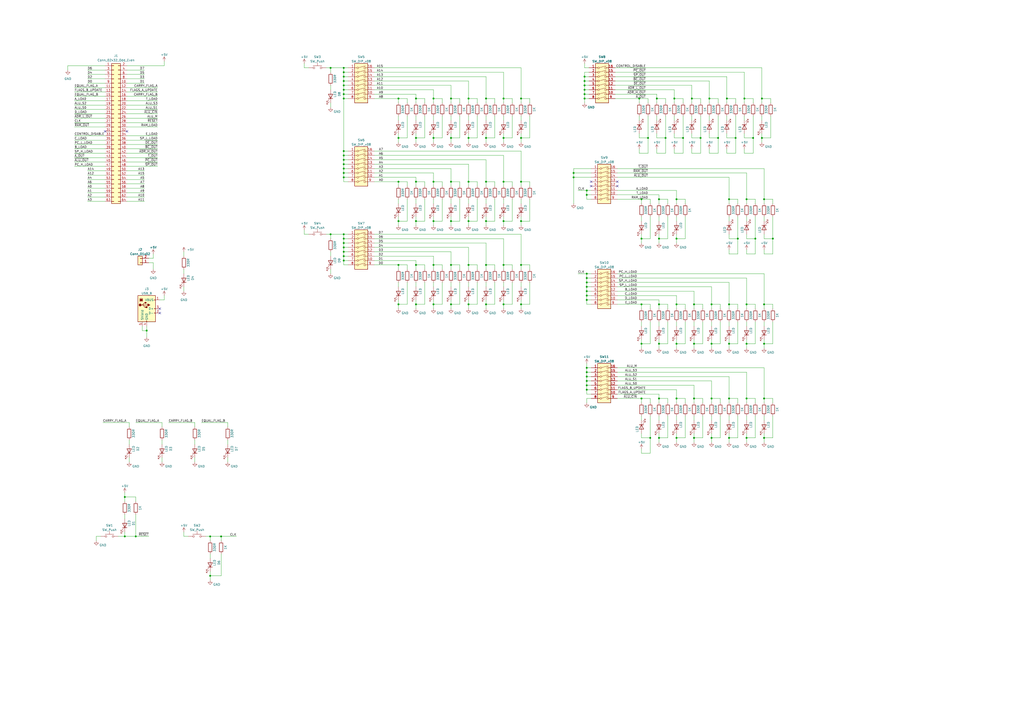
<source format=kicad_sch>
(kicad_sch (version 20230121) (generator eeschema)
  (paper "A2")
  (junction (at 199.39 143.51))
  (junction (at 340.36 218.44))
  (junction (at 199.39 140.97))
  (junction (at 443.23 254))
  (junction (at 271.78 153.67))
  (junction (at 436.88 80.01))
  (junction (at 199.39 49.53))
  (junction (at 241.3 153.67))
  (junction (at 199.39 41.91))
  (junction (at 339.09 49.53))
  (junction (at 340.36 220.98))
  (junction (at 339.09 46.99))
  (junction (at 292.1 80.01))
  (junction (at 261.62 57.15))
  (junction (at 241.3 57.15))
  (junction (at 412.75 254))
  (junction (at 332.74 100.33))
  (junction (at 251.46 153.67))
  (junction (at 402.59 199.39))
  (junction (at 251.46 176.53))
  (junction (at 231.14 153.67))
  (junction (at 302.26 153.67))
  (junction (at 231.14 128.27))
  (junction (at 271.78 105.41))
  (junction (at 422.91 254))
  (junction (at 422.91 176.53))
  (junction (at 261.62 153.67))
  (junction (at 382.27 138.43))
  (junction (at 339.09 54.61))
  (junction (at 372.11 115.57))
  (junction (at 438.15 138.43))
  (junction (at 191.77 135.89))
  (junction (at 199.39 92.71))
  (junction (at 443.23 115.57))
  (junction (at 281.94 128.27))
  (junction (at 427.99 138.43))
  (junction (at 271.78 128.27))
  (junction (at 402.59 176.53))
  (junction (at 382.27 115.57))
  (junction (at 340.36 113.03))
  (junction (at 396.24 80.01))
  (junction (at 372.11 199.39))
  (junction (at 241.3 176.53))
  (junction (at 412.75 176.53))
  (junction (at 241.3 105.41))
  (junction (at 199.39 39.37))
  (junction (at 382.27 199.39))
  (junction (at 199.39 57.15))
  (junction (at 340.36 171.45))
  (junction (at 199.39 46.99))
  (junction (at 340.36 168.91))
  (junction (at 421.64 57.15))
  (junction (at 281.94 176.53))
  (junction (at 340.36 215.9))
  (junction (at 382.27 176.53))
  (junction (at 302.26 128.27))
  (junction (at 392.43 138.43))
  (junction (at 199.39 135.89))
  (junction (at 302.26 80.01))
  (junction (at 199.39 138.43))
  (junction (at 128.27 311.15))
  (junction (at 199.39 102.87))
  (junction (at 251.46 57.15))
  (junction (at 422.91 199.39))
  (junction (at 292.1 57.15))
  (junction (at 302.26 57.15))
  (junction (at 241.3 128.27))
  (junction (at 406.4 80.01))
  (junction (at 199.39 146.05))
  (junction (at 422.91 115.57))
  (junction (at 340.36 158.75))
  (junction (at 411.48 57.15))
  (junction (at 386.08 80.01))
  (junction (at 271.78 176.53))
  (junction (at 251.46 80.01))
  (junction (at 199.39 87.63))
  (junction (at 261.62 80.01))
  (junction (at 340.36 213.36))
  (junction (at 281.94 57.15))
  (junction (at 402.59 254))
  (junction (at 422.91 231.14))
  (junction (at 302.26 105.41))
  (junction (at 443.23 176.53))
  (junction (at 78.74 311.15))
  (junction (at 251.46 128.27))
  (junction (at 199.39 97.79))
  (junction (at 281.94 80.01))
  (junction (at 121.92 334.01))
  (junction (at 339.09 57.15))
  (junction (at 443.23 231.14))
  (junction (at 340.36 226.06))
  (junction (at 302.26 176.53))
  (junction (at 372.11 138.43))
  (junction (at 281.94 153.67))
  (junction (at 416.56 80.01))
  (junction (at 382.27 254))
  (junction (at 372.11 176.53))
  (junction (at 375.92 80.01))
  (junction (at 231.14 57.15))
  (junction (at 426.72 80.01))
  (junction (at 372.11 231.14))
  (junction (at 392.43 176.53))
  (junction (at 448.31 138.43))
  (junction (at 292.1 105.41))
  (junction (at 412.75 199.39))
  (junction (at 441.96 80.01))
  (junction (at 433.07 199.39))
  (junction (at 433.07 231.14))
  (junction (at 199.39 148.59))
  (junction (at 340.36 110.49))
  (junction (at 392.43 115.57))
  (junction (at 271.78 80.01))
  (junction (at 441.96 57.15))
  (junction (at 72.39 311.15))
  (junction (at 339.09 44.45))
  (junction (at 340.36 166.37))
  (junction (at 241.3 80.01))
  (junction (at 340.36 161.29))
  (junction (at 377.19 254))
  (junction (at 199.39 90.17))
  (junction (at 199.39 151.13))
  (junction (at 199.39 52.07))
  (junction (at 340.36 173.99))
  (junction (at 402.59 231.14))
  (junction (at 199.39 100.33))
  (junction (at 431.8 57.15))
  (junction (at 271.78 57.15))
  (junction (at 261.62 128.27))
  (junction (at 339.09 52.07))
  (junction (at 199.39 44.45))
  (junction (at 292.1 128.27))
  (junction (at 433.07 254))
  (junction (at 199.39 54.61))
  (junction (at 191.77 39.37))
  (junction (at 72.39 288.29))
  (junction (at 391.16 57.15))
  (junction (at 392.43 231.14))
  (junction (at 261.62 105.41))
  (junction (at 121.92 311.15))
  (junction (at 199.39 95.25))
  (junction (at 231.14 176.53))
  (junction (at 370.84 57.15))
  (junction (at 340.36 223.52))
  (junction (at 433.07 115.57))
  (junction (at 433.07 176.53))
  (junction (at 401.32 57.15))
  (junction (at 382.27 231.14))
  (junction (at 251.46 105.41))
  (junction (at 231.14 105.41))
  (junction (at 85.09 191.77))
  (junction (at 332.74 102.87))
  (junction (at 392.43 254))
  (junction (at 392.43 199.39))
  (junction (at 231.14 80.01))
  (junction (at 292.1 176.53))
  (junction (at 443.23 199.39))
  (junction (at 292.1 153.67))
  (junction (at 340.36 163.83))
  (junction (at 261.62 176.53))
  (junction (at 281.94 105.41))
  (junction (at 381 57.15))
  (junction (at 412.75 231.14))
  (no_connect (at 342.9 107.95))
  (no_connect (at 358.14 105.41))
  (no_connect (at 60.96 76.2))
  (no_connect (at 73.66 76.2))
  (no_connect (at 92.71 179.07))
  (no_connect (at 342.9 105.41))
  (no_connect (at 92.71 181.61))
  (no_connect (at 358.14 107.95))
  (wire (pts (xy 266.7 176.53) (xy 266.7 163.83)))
  (wire (pts (xy 372.11 231.14) (xy 372.11 233.68)))
  (wire (pts (xy 302.26 118.11) (xy 302.26 115.57)))
  (wire (pts (xy 356.87 54.61) (xy 381 54.61)))
  (wire (pts (xy 73.66 83.82) (xy 91.44 83.82)))
  (wire (pts (xy 422.91 128.27) (xy 422.91 125.73)))
  (wire (pts (xy 397.51 138.43) (xy 397.51 125.73)))
  (wire (pts (xy 199.39 87.63) (xy 199.39 90.17)))
  (wire (pts (xy 402.59 196.85) (xy 402.59 199.39)))
  (wire (pts (xy 392.43 254) (xy 397.51 254)))
  (wire (pts (xy 72.39 288.29) (xy 78.74 288.29)))
  (wire (pts (xy 412.75 199.39) (xy 412.75 201.93)))
  (wire (pts (xy 402.59 199.39) (xy 407.67 199.39)))
  (wire (pts (xy 342.9 97.79) (xy 332.74 97.79)))
  (wire (pts (xy 246.38 176.53) (xy 246.38 163.83)))
  (wire (pts (xy 307.34 57.15) (xy 307.34 59.69)))
  (wire (pts (xy 201.93 39.37) (xy 199.39 39.37)))
  (wire (pts (xy 191.77 52.07) (xy 191.77 49.53)))
  (wire (pts (xy 421.64 86.36) (xy 421.64 88.9)))
  (wire (pts (xy 342.9 158.75) (xy 340.36 158.75)))
  (wire (pts (xy 191.77 135.89) (xy 191.77 138.43)))
  (wire (pts (xy 339.09 46.99) (xy 339.09 44.45)))
  (wire (pts (xy 191.77 59.69) (xy 191.77 62.23)))
  (wire (pts (xy 73.66 50.8) (xy 91.44 50.8)))
  (wire (pts (xy 271.78 80.01) (xy 271.78 82.55)))
  (wire (pts (xy 88.9 149.86) (xy 86.36 149.86)))
  (wire (pts (xy 241.3 176.53) (xy 246.38 176.53)))
  (wire (pts (xy 251.46 118.11) (xy 251.46 115.57)))
  (wire (pts (xy 372.11 260.35) (xy 372.11 262.89)))
  (wire (pts (xy 231.14 125.73) (xy 231.14 128.27)))
  (wire (pts (xy 396.24 88.9) (xy 396.24 80.01)))
  (wire (pts (xy 358.14 226.06) (xy 392.43 226.06)))
  (wire (pts (xy 287.02 80.01) (xy 287.02 67.31)))
  (wire (pts (xy 397.51 176.53) (xy 397.51 179.07)))
  (wire (pts (xy 199.39 97.79) (xy 199.39 100.33)))
  (wire (pts (xy 241.3 176.53) (xy 241.3 179.07)))
  (wire (pts (xy 287.02 176.53) (xy 287.02 163.83)))
  (wire (pts (xy 199.39 39.37) (xy 199.39 41.91)))
  (wire (pts (xy 271.78 128.27) (xy 271.78 130.81)))
  (wire (pts (xy 217.17 143.51) (xy 271.78 143.51)))
  (wire (pts (xy 422.91 176.53) (xy 427.99 176.53)))
  (wire (pts (xy 217.17 46.99) (xy 271.78 46.99)))
  (wire (pts (xy 281.94 140.97) (xy 281.94 153.67)))
  (wire (pts (xy 217.17 92.71) (xy 281.94 92.71)))
  (wire (pts (xy 281.94 77.47) (xy 281.94 80.01)))
  (wire (pts (xy 422.91 102.87) (xy 422.91 115.57)))
  (wire (pts (xy 276.86 153.67) (xy 276.86 156.21)))
  (wire (pts (xy 281.94 57.15) (xy 281.94 59.69)))
  (wire (pts (xy 83.82 45.72) (xy 73.66 45.72)))
  (wire (pts (xy 60.96 40.64) (xy 50.8 40.64)))
  (wire (pts (xy 340.36 173.99) (xy 342.9 173.99)))
  (wire (pts (xy 391.16 86.36) (xy 391.16 88.9)))
  (wire (pts (xy 302.26 176.53) (xy 307.34 176.53)))
  (wire (pts (xy 199.39 97.79) (xy 201.93 97.79)))
  (wire (pts (xy 386.08 80.01) (xy 386.08 67.31)))
  (wire (pts (xy 292.1 118.11) (xy 292.1 115.57)))
  (wire (pts (xy 358.14 228.6) (xy 382.27 228.6)))
  (wire (pts (xy 358.14 215.9) (xy 433.07 215.9)))
  (wire (pts (xy 302.26 87.63) (xy 302.26 105.41)))
  (wire (pts (xy 199.39 57.15) (xy 201.93 57.15)))
  (wire (pts (xy 443.23 135.89) (xy 443.23 138.43)))
  (wire (pts (xy 287.02 153.67) (xy 287.02 156.21)))
  (wire (pts (xy 443.23 138.43) (xy 448.31 138.43)))
  (wire (pts (xy 261.62 80.01) (xy 261.62 82.55)))
  (wire (pts (xy 251.46 125.73) (xy 251.46 128.27)))
  (wire (pts (xy 372.11 176.53) (xy 372.11 179.07)))
  (wire (pts (xy 443.23 144.78) (xy 443.23 147.32)))
  (wire (pts (xy 401.32 57.15) (xy 401.32 59.69)))
  (wire (pts (xy 422.91 144.78) (xy 422.91 147.32)))
  (wire (pts (xy 271.78 176.53) (xy 271.78 179.07)))
  (wire (pts (xy 217.17 52.07) (xy 251.46 52.07)))
  (wire (pts (xy 447.04 57.15) (xy 447.04 59.69)))
  (wire (pts (xy 251.46 100.33) (xy 251.46 105.41)))
  (wire (pts (xy 287.02 57.15) (xy 287.02 59.69)))
  (wire (pts (xy 417.83 231.14) (xy 417.83 233.68)))
  (wire (pts (xy 241.3 153.67) (xy 246.38 153.67)))
  (wire (pts (xy 43.18 55.88) (xy 60.96 55.88)))
  (wire (pts (xy 302.26 57.15) (xy 302.26 59.69)))
  (wire (pts (xy 433.07 100.33) (xy 433.07 115.57)))
  (wire (pts (xy 74.93 257.81) (xy 74.93 255.27)))
  (wire (pts (xy 377.19 262.89) (xy 377.19 254)))
  (wire (pts (xy 387.35 199.39) (xy 387.35 186.69)))
  (wire (pts (xy 199.39 148.59) (xy 201.93 148.59)))
  (wire (pts (xy 436.88 88.9) (xy 436.88 80.01)))
  (wire (pts (xy 422.91 251.46) (xy 422.91 254)))
  (wire (pts (xy 261.62 176.53) (xy 266.7 176.53)))
  (wire (pts (xy 433.07 196.85) (xy 433.07 199.39)))
  (wire (pts (xy 246.38 80.01) (xy 246.38 67.31)))
  (wire (pts (xy 340.36 218.44) (xy 342.9 218.44)))
  (wire (pts (xy 199.39 54.61) (xy 199.39 57.15)))
  (wire (pts (xy 73.66 99.06) (xy 83.82 99.06)))
  (wire (pts (xy 292.1 173.99) (xy 292.1 176.53)))
  (wire (pts (xy 281.94 153.67) (xy 281.94 156.21)))
  (wire (pts (xy 402.59 176.53) (xy 407.67 176.53)))
  (wire (pts (xy 438.15 115.57) (xy 438.15 118.11)))
  (wire (pts (xy 392.43 199.39) (xy 392.43 201.93)))
  (wire (pts (xy 292.1 80.01) (xy 292.1 82.55)))
  (wire (pts (xy 422.91 115.57) (xy 427.99 115.57)))
  (wire (pts (xy 217.17 44.45) (xy 281.94 44.45)))
  (wire (pts (xy 421.64 80.01) (xy 426.72 80.01)))
  (wire (pts (xy 251.46 176.53) (xy 256.54 176.53)))
  (wire (pts (xy 261.62 146.05) (xy 261.62 153.67)))
  (wire (pts (xy 417.83 254) (xy 417.83 241.3)))
  (wire (pts (xy 132.08 257.81) (xy 132.08 255.27)))
  (wire (pts (xy 341.63 49.53) (xy 339.09 49.53)))
  (wire (pts (xy 447.04 80.01) (xy 447.04 67.31)))
  (wire (pts (xy 339.09 54.61) (xy 339.09 57.15)))
  (wire (pts (xy 427.99 176.53) (xy 427.99 179.07)))
  (wire (pts (xy 199.39 54.61) (xy 201.93 54.61)))
  (wire (pts (xy 392.43 135.89) (xy 392.43 138.43)))
  (wire (pts (xy 236.22 57.15) (xy 236.22 59.69)))
  (wire (pts (xy 382.27 173.99) (xy 382.27 176.53)))
  (wire (pts (xy 372.11 199.39) (xy 377.19 199.39)))
  (wire (pts (xy 358.14 218.44) (xy 422.91 218.44)))
  (wire (pts (xy 339.09 39.37) (xy 341.63 39.37)))
  (wire (pts (xy 241.3 80.01) (xy 241.3 82.55)))
  (wire (pts (xy 241.3 69.85) (xy 241.3 67.31)))
  (wire (pts (xy 332.74 100.33) (xy 342.9 100.33)))
  (wire (pts (xy 377.19 254) (xy 377.19 241.3)))
  (wire (pts (xy 340.36 168.91) (xy 342.9 168.91)))
  (wire (pts (xy 109.22 311.15) (xy 106.68 311.15)))
  (wire (pts (xy 271.78 46.99) (xy 271.78 57.15)))
  (wire (pts (xy 433.07 128.27) (xy 433.07 125.73)))
  (wire (pts (xy 392.43 171.45) (xy 392.43 176.53)))
  (wire (pts (xy 217.17 138.43) (xy 292.1 138.43)))
  (wire (pts (xy 358.14 171.45) (xy 392.43 171.45)))
  (wire (pts (xy 433.07 176.53) (xy 438.15 176.53)))
  (wire (pts (xy 271.78 80.01) (xy 276.86 80.01)))
  (wire (pts (xy 73.66 109.22) (xy 83.82 109.22)))
  (wire (pts (xy 199.39 49.53) (xy 199.39 52.07)))
  (wire (pts (xy 73.66 73.66) (xy 91.44 73.66)))
  (wire (pts (xy 43.18 96.52) (xy 60.96 96.52)))
  (wire (pts (xy 261.62 176.53) (xy 261.62 179.07)))
  (wire (pts (xy 191.77 39.37) (xy 191.77 41.91)))
  (wire (pts (xy 412.75 231.14) (xy 412.75 233.68)))
  (wire (pts (xy 372.11 231.14) (xy 377.19 231.14)))
  (wire (pts (xy 358.14 168.91) (xy 402.59 168.91)))
  (wire (pts (xy 199.39 100.33) (xy 201.93 100.33)))
  (wire (pts (xy 426.72 57.15) (xy 426.72 59.69)))
  (wire (pts (xy 93.98 257.81) (xy 93.98 255.27)))
  (wire (pts (xy 106.68 308.61) (xy 106.68 311.15)))
  (wire (pts (xy 382.27 254) (xy 387.35 254)))
  (wire (pts (xy 302.26 125.73) (xy 302.26 128.27)))
  (wire (pts (xy 261.62 97.79) (xy 261.62 105.41)))
  (wire (pts (xy 396.24 80.01) (xy 396.24 67.31)))
  (wire (pts (xy 43.18 68.58) (xy 60.96 68.58)))
  (wire (pts (xy 441.96 39.37) (xy 441.96 57.15)))
  (wire (pts (xy 402.59 251.46) (xy 402.59 254)))
  (wire (pts (xy 251.46 57.15) (xy 251.46 59.69)))
  (wire (pts (xy 375.92 88.9) (xy 375.92 80.01)))
  (wire (pts (xy 292.1 176.53) (xy 297.18 176.53)))
  (wire (pts (xy 302.26 166.37) (xy 302.26 163.83)))
  (wire (pts (xy 256.54 153.67) (xy 256.54 156.21)))
  (wire (pts (xy 443.23 158.75) (xy 443.23 176.53)))
  (wire (pts (xy 422.91 138.43) (xy 427.99 138.43)))
  (wire (pts (xy 302.26 69.85) (xy 302.26 67.31)))
  (wire (pts (xy 256.54 105.41) (xy 256.54 107.95)))
  (wire (pts (xy 276.86 80.01) (xy 276.86 67.31)))
  (wire (pts (xy 261.62 118.11) (xy 261.62 115.57)))
  (wire (pts (xy 381 80.01) (xy 386.08 80.01)))
  (wire (pts (xy 72.39 311.15) (xy 78.74 311.15)))
  (wire (pts (xy 433.07 176.53) (xy 433.07 179.07)))
  (wire (pts (xy 78.74 245.11) (xy 93.98 245.11)))
  (wire (pts (xy 199.39 146.05) (xy 201.93 146.05)))
  (wire (pts (xy 60.96 43.18) (xy 50.8 43.18)))
  (wire (pts (xy 73.66 86.36) (xy 91.44 86.36)))
  (wire (pts (xy 382.27 231.14) (xy 382.27 233.68)))
  (wire (pts (xy 307.34 153.67) (xy 307.34 156.21)))
  (wire (pts (xy 372.11 135.89) (xy 372.11 138.43)))
  (wire (pts (xy 231.14 153.67) (xy 231.14 156.21)))
  (wire (pts (xy 60.96 116.84) (xy 50.8 116.84)))
  (wire (pts (xy 401.32 57.15) (xy 406.4 57.15)))
  (wire (pts (xy 271.78 125.73) (xy 271.78 128.27)))
  (wire (pts (xy 381 88.9) (xy 386.08 88.9)))
  (wire (pts (xy 113.03 257.81) (xy 113.03 255.27)))
  (wire (pts (xy 231.14 80.01) (xy 236.22 80.01)))
  (wire (pts (xy 199.39 138.43) (xy 201.93 138.43)))
  (wire (pts (xy 332.74 102.87) (xy 332.74 118.11)))
  (wire (pts (xy 340.36 176.53) (xy 342.9 176.53)))
  (wire (pts (xy 411.48 86.36) (xy 411.48 88.9)))
  (wire (pts (xy 287.02 105.41) (xy 287.02 107.95)))
  (wire (pts (xy 292.1 105.41) (xy 297.18 105.41)))
  (wire (pts (xy 422.91 115.57) (xy 422.91 118.11)))
  (wire (pts (xy 302.26 128.27) (xy 307.34 128.27)))
  (wire (pts (xy 231.14 173.99) (xy 231.14 176.53)))
  (wire (pts (xy 43.18 86.36) (xy 60.96 86.36)))
  (wire (pts (xy 50.8 106.68) (xy 60.96 106.68)))
  (wire (pts (xy 358.14 163.83) (xy 422.91 163.83)))
  (wire (pts (xy 261.62 69.85) (xy 261.62 67.31)))
  (wire (pts (xy 97.79 245.11) (xy 113.03 245.11)))
  (wire (pts (xy 271.78 176.53) (xy 276.86 176.53)))
  (wire (pts (xy 392.43 176.53) (xy 397.51 176.53)))
  (wire (pts (xy 83.82 40.64) (xy 73.66 40.64)))
  (wire (pts (xy 251.46 166.37) (xy 251.46 163.83)))
  (wire (pts (xy 412.75 231.14) (xy 417.83 231.14)))
  (wire (pts (xy 443.23 231.14) (xy 448.31 231.14)))
  (wire (pts (xy 340.36 213.36) (xy 342.9 213.36)))
  (wire (pts (xy 441.96 80.01) (xy 447.04 80.01)))
  (wire (pts (xy 392.43 251.46) (xy 392.43 254)))
  (wire (pts (xy 281.94 105.41) (xy 287.02 105.41)))
  (wire (pts (xy 302.26 80.01) (xy 302.26 82.55)))
  (wire (pts (xy 199.39 102.87) (xy 201.93 102.87)))
  (wire (pts (xy 416.56 88.9) (xy 416.56 80.01)))
  (wire (pts (xy 60.96 111.76) (xy 50.8 111.76)))
  (wire (pts (xy 382.27 228.6) (xy 382.27 231.14)))
  (wire (pts (xy 241.3 57.15) (xy 241.3 59.69)))
  (wire (pts (xy 422.91 199.39) (xy 427.99 199.39)))
  (wire (pts (xy 88.9 147.32) (xy 88.9 149.86)))
  (wire (pts (xy 392.43 115.57) (xy 397.51 115.57)))
  (wire (pts (xy 332.74 97.79) (xy 332.74 100.33)))
  (wire (pts (xy 372.11 196.85) (xy 372.11 199.39)))
  (wire (pts (xy 441.96 57.15) (xy 447.04 57.15)))
  (wire (pts (xy 340.36 171.45) (xy 340.36 173.99)))
  (wire (pts (xy 372.11 189.23) (xy 372.11 186.69)))
  (wire (pts (xy 392.43 189.23) (xy 392.43 186.69)))
  (wire (pts (xy 340.36 166.37) (xy 342.9 166.37)))
  (wire (pts (xy 356.87 52.07) (xy 391.16 52.07)))
  (wire (pts (xy 199.39 135.89) (xy 199.39 138.43)))
  (wire (pts (xy 340.36 223.52) (xy 340.36 226.06)))
  (wire (pts (xy 340.36 115.57) (xy 342.9 115.57)))
  (wire (pts (xy 251.46 176.53) (xy 251.46 179.07)))
  (wire (pts (xy 335.28 158.75) (xy 340.36 158.75)))
  (wire (pts (xy 231.14 118.11) (xy 231.14 115.57)))
  (wire (pts (xy 448.31 147.32) (xy 448.31 138.43)))
  (wire (pts (xy 433.07 243.84) (xy 433.07 241.3)))
  (wire (pts (xy 251.46 153.67) (xy 251.46 156.21)))
  (wire (pts (xy 441.96 80.01) (xy 441.96 82.55)))
  (wire (pts (xy 372.11 176.53) (xy 377.19 176.53)))
  (wire (pts (xy 60.96 78.74) (xy 43.18 78.74)))
  (wire (pts (xy 91.44 91.44) (xy 73.66 91.44)))
  (wire (pts (xy 307.34 176.53) (xy 307.34 163.83)))
  (wire (pts (xy 271.78 105.41) (xy 276.86 105.41)))
  (wire (pts (xy 73.66 111.76) (xy 83.82 111.76)))
  (wire (pts (xy 356.87 41.91) (xy 431.8 41.91)))
  (wire (pts (xy 443.23 213.36) (xy 443.23 231.14)))
  (wire (pts (xy 281.94 176.53) (xy 281.94 179.07)))
  (wire (pts (xy 281.94 69.85) (xy 281.94 67.31)))
  (wire (pts (xy 241.3 102.87) (xy 241.3 105.41)))
  (wire (pts (xy 83.82 43.18) (xy 73.66 43.18)))
  (wire (pts (xy 387.35 176.53) (xy 387.35 179.07)))
  (wire (pts (xy 78.74 311.15) (xy 86.36 311.15)))
  (wire (pts (xy 448.31 138.43) (xy 448.31 125.73)))
  (wire (pts (xy 281.94 44.45) (xy 281.94 57.15)))
  (wire (pts (xy 191.77 39.37) (xy 199.39 39.37)))
  (wire (pts (xy 433.07 115.57) (xy 438.15 115.57)))
  (wire (pts (xy 199.39 143.51) (xy 199.39 146.05)))
  (wire (pts (xy 412.75 176.53) (xy 417.83 176.53)))
  (wire (pts (xy 281.94 128.27) (xy 287.02 128.27)))
  (wire (pts (xy 386.08 88.9) (xy 386.08 80.01)))
  (wire (pts (xy 406.4 88.9) (xy 406.4 80.01)))
  (wire (pts (xy 302.26 39.37) (xy 302.26 57.15)))
  (wire (pts (xy 421.64 44.45) (xy 421.64 57.15)))
  (wire (pts (xy 292.1 80.01) (xy 297.18 80.01)))
  (wire (pts (xy 217.17 148.59) (xy 251.46 148.59)))
  (wire (pts (xy 391.16 52.07) (xy 391.16 57.15)))
  (wire (pts (xy 339.09 49.53) (xy 339.09 52.07)))
  (wire (pts (xy 392.43 138.43) (xy 392.43 140.97)))
  (wire (pts (xy 422.91 135.89) (xy 422.91 138.43)))
  (wire (pts (xy 199.39 105.41) (xy 201.93 105.41)))
  (wire (pts (xy 372.11 262.89) (xy 377.19 262.89)))
  (wire (pts (xy 231.14 77.47) (xy 231.14 80.01)))
  (wire (pts (xy 392.43 199.39) (xy 397.51 199.39)))
  (wire (pts (xy 292.1 153.67) (xy 297.18 153.67)))
  (wire (pts (xy 217.17 140.97) (xy 281.94 140.97)))
  (wire (pts (xy 73.66 60.96) (xy 91.44 60.96)))
  (wire (pts (xy 281.94 125.73) (xy 281.94 128.27)))
  (wire (pts (xy 85.09 191.77) (xy 85.09 195.58)))
  (wire (pts (xy 191.77 148.59) (xy 191.77 146.05)))
  (wire (pts (xy 256.54 80.01) (xy 256.54 67.31)))
  (wire (pts (xy 372.11 243.84) (xy 372.11 241.3)))
  (wire (pts (xy 427.99 199.39) (xy 427.99 186.69)))
  (wire (pts (xy 382.27 251.46) (xy 382.27 254)))
  (wire (pts (xy 340.36 210.82) (xy 340.36 213.36)))
  (wire (pts (xy 281.94 80.01) (xy 281.94 82.55)))
  (wire (pts (xy 402.59 254) (xy 402.59 256.54)))
  (wire (pts (xy 217.17 57.15) (xy 231.14 57.15)))
  (wire (pts (xy 381 69.85) (xy 381 67.31)))
  (wire (pts (xy 281.94 92.71) (xy 281.94 105.41)))
  (wire (pts (xy 73.66 101.6) (xy 83.82 101.6)))
  (wire (pts (xy 302.26 105.41) (xy 307.34 105.41)))
  (wire (pts (xy 199.39 151.13) (xy 199.39 153.67)))
  (wire (pts (xy 448.31 115.57) (xy 448.31 118.11)))
  (wire (pts (xy 191.77 156.21) (xy 191.77 158.75)))
  (wire (pts (xy 307.34 80.01) (xy 307.34 67.31)))
  (wire (pts (xy 381 86.36) (xy 381 88.9)))
  (wire (pts (xy 448.31 231.14) (xy 448.31 233.68)))
  (wire (pts (xy 93.98 265.43) (xy 93.98 267.97)))
  (wire (pts (xy 340.36 228.6) (xy 342.9 228.6)))
  (wire (pts (xy 397.51 254) (xy 397.51 241.3)))
  (wire (pts (xy 86.36 152.4) (xy 88.9 152.4)))
  (wire (pts (xy 381 57.15) (xy 386.08 57.15)))
  (wire (pts (xy 340.36 220.98) (xy 342.9 220.98)))
  (wire (pts (xy 261.62 128.27) (xy 266.7 128.27)))
  (wire (pts (xy 426.72 88.9) (xy 426.72 80.01)))
  (wire (pts (xy 382.27 113.03) (xy 382.27 115.57)))
  (wire (pts (xy 407.67 254) (xy 407.67 241.3)))
  (wire (pts (xy 72.39 288.29) (xy 72.39 290.83)))
  (wire (pts (xy 292.1 77.47) (xy 292.1 80.01)))
  (wire (pts (xy 436.88 57.15) (xy 436.88 59.69)))
  (wire (pts (xy 436.88 80.01) (xy 436.88 67.31)))
  (wire (pts (xy 43.18 60.96) (xy 60.96 60.96)))
  (wire (pts (xy 443.23 128.27) (xy 443.23 125.73)))
  (wire (pts (xy 427.99 138.43) (xy 427.99 125.73)))
  (wire (pts (xy 402.59 231.14) (xy 402.59 233.68)))
  (wire (pts (xy 433.07 199.39) (xy 433.07 201.93)))
  (wire (pts (xy 302.26 77.47) (xy 302.26 80.01)))
  (wire (pts (xy 297.18 57.15) (xy 297.18 59.69)))
  (wire (pts (xy 217.17 87.63) (xy 302.26 87.63)))
  (wire (pts (xy 199.39 52.07) (xy 199.39 54.61)))
  (wire (pts (xy 382.27 243.84) (xy 382.27 241.3)))
  (wire (pts (xy 411.48 57.15) (xy 411.48 59.69)))
  (wire (pts (xy 199.39 57.15) (xy 199.39 87.63)))
  (wire (pts (xy 340.36 113.03) (xy 342.9 113.03)))
  (wire (pts (xy 292.1 128.27) (xy 292.1 130.81)))
  (wire (pts (xy 50.8 101.6) (xy 60.96 101.6)))
  (wire (pts (xy 426.72 80.01) (xy 426.72 67.31)))
  (wire (pts (xy 199.39 148.59) (xy 199.39 151.13)))
  (wire (pts (xy 217.17 151.13) (xy 241.3 151.13)))
  (wire (pts (xy 292.1 69.85) (xy 292.1 67.31)))
  (wire (pts (xy 199.39 146.05) (xy 199.39 148.59)))
  (wire (pts (xy 382.27 231.14) (xy 387.35 231.14)))
  (wire (pts (xy 370.84 86.36) (xy 370.84 88.9)))
  (wire (pts (xy 433.07 254) (xy 438.15 254)))
  (wire (pts (xy 411.48 77.47) (xy 411.48 80.01)))
  (wire (pts (xy 339.09 57.15) (xy 341.63 57.15)))
  (wire (pts (xy 271.78 69.85) (xy 271.78 67.31)))
  (wire (pts (xy 73.66 114.3) (xy 83.82 114.3)))
  (wire (pts (xy 78.74 288.29) (xy 78.74 290.83)))
  (wire (pts (xy 231.14 57.15) (xy 231.14 59.69)))
  (wire (pts (xy 340.36 113.03) (xy 340.36 115.57)))
  (wire (pts (xy 261.62 173.99) (xy 261.62 176.53)))
  (wire (pts (xy 271.78 118.11) (xy 271.78 115.57)))
  (wire (pts (xy 401.32 69.85) (xy 401.32 67.31)))
  (wire (pts (xy 43.18 53.34) (xy 60.96 53.34)))
  (wire (pts (xy 443.23 199.39) (xy 443.23 201.93)))
  (wire (pts (xy 448.31 199.39) (xy 448.31 186.69)))
  (wire (pts (xy 427.99 231.14) (xy 427.99 233.68)))
  (wire (pts (xy 121.92 311.15) (xy 128.27 311.15)))
  (wire (pts (xy 292.1 57.15) (xy 297.18 57.15)))
  (wire (pts (xy 199.39 46.99) (xy 199.39 49.53)))
  (wire (pts (xy 431.8 57.15) (xy 431.8 59.69)))
  (wire (pts (xy 335.28 110.49) (xy 340.36 110.49)))
  (wire (pts (xy 292.1 166.37) (xy 292.1 163.83)))
  (wire (pts (xy 292.1 125.73) (xy 292.1 128.27)))
  (wire (pts (xy 372.11 140.97) (xy 372.11 138.43)))
  (wire (pts (xy 217.17 97.79) (xy 261.62 97.79)))
  (wire (pts (xy 297.18 176.53) (xy 297.18 163.83)))
  (wire (pts (xy 43.18 73.66) (xy 60.96 73.66)))
  (wire (pts (xy 50.8 109.22) (xy 60.96 109.22)))
  (wire (pts (xy 340.36 231.14) (xy 342.9 231.14)))
  (wire (pts (xy 58.42 311.15) (xy 55.88 311.15)))
  (wire (pts (xy 241.3 57.15) (xy 246.38 57.15)))
  (wire (pts (xy 43.18 81.28) (xy 60.96 81.28)))
  (wire (pts (xy 433.07 135.89) (xy 433.07 138.43)))
  (wire (pts (xy 433.07 144.78) (xy 433.07 147.32)))
  (wire (pts (xy 402.59 231.14) (xy 407.67 231.14)))
  (wire (pts (xy 292.1 138.43) (xy 292.1 153.67)))
  (wire (pts (xy 251.46 128.27) (xy 251.46 130.81)))
  (wire (pts (xy 370.84 80.01) (xy 375.92 80.01)))
  (wire (pts (xy 422.91 254) (xy 427.99 254)))
  (wire (pts (xy 422.91 218.44) (xy 422.91 231.14)))
  (wire (pts (xy 421.64 57.15) (xy 426.72 57.15)))
  (wire (pts (xy 241.3 105.41) (xy 246.38 105.41)))
  (wire (pts (xy 271.78 77.47) (xy 271.78 80.01)))
  (wire (pts (xy 402.59 199.39) (xy 402.59 201.93)))
  (wire (pts (xy 427.99 254) (xy 427.99 241.3)))
  (wire (pts (xy 128.27 311.15) (xy 137.16 311.15)))
  (wire (pts (xy 73.66 71.12) (xy 91.44 71.12)))
  (wire (pts (xy 431.8 69.85) (xy 431.8 67.31)))
  (wire (pts (xy 217.17 49.53) (xy 261.62 49.53)))
  (wire (pts (xy 261.62 57.15) (xy 261.62 59.69)))
  (wire (pts (xy 438.15 138.43) (xy 438.15 125.73)))
  (wire (pts (xy 358.14 110.49) (xy 392.43 110.49)))
  (wire (pts (xy 241.3 128.27) (xy 241.3 130.81)))
  (wire (pts (xy 43.18 58.42) (xy 60.96 58.42)))
  (wire (pts (xy 407.67 176.53) (xy 407.67 179.07)))
  (wire (pts (xy 401.32 88.9) (xy 406.4 88.9)))
  (wire (pts (xy 441.96 57.15) (xy 441.96 59.69)))
  (wire (pts (xy 266.7 57.15) (xy 266.7 59.69)))
  (wire (pts (xy 236.22 105.41) (xy 236.22 107.95)))
  (wire (pts (xy 382.27 201.93) (xy 382.27 199.39)))
  (wire (pts (xy 217.17 100.33) (xy 251.46 100.33)))
  (wire (pts (xy 55.88 311.15) (xy 55.88 313.69)))
  (wire (pts (xy 372.11 201.93) (xy 372.11 199.39)))
  (wire (pts (xy 72.39 300.99) (xy 72.39 298.45)))
  (wire (pts (xy 392.43 110.49) (xy 392.43 115.57)))
  (wire (pts (xy 401.32 77.47) (xy 401.32 80.01)))
  (wire (pts (xy 292.1 90.17) (xy 292.1 105.41)))
  (wire (pts (xy 402.59 243.84) (xy 402.59 241.3)))
  (wire (pts (xy 358.14 115.57) (xy 372.11 115.57)))
  (wire (pts (xy 443.23 254) (xy 448.31 254)))
  (wire (pts (xy 241.3 128.27) (xy 246.38 128.27)))
  (wire (pts (xy 73.66 66.04) (xy 91.44 66.04)))
  (wire (pts (xy 82.55 189.23) (xy 82.55 191.77)))
  (wire (pts (xy 276.86 128.27) (xy 276.86 115.57)))
  (wire (pts (xy 39.37 38.1) (xy 39.37 40.64)))
  (wire (pts (xy 307.34 128.27) (xy 307.34 115.57)))
  (wire (pts (xy 356.87 57.15) (xy 370.84 57.15)))
  (wire (pts (xy 73.66 78.74) (xy 91.44 78.74)))
  (wire (pts (xy 73.66 93.98) (xy 91.44 93.98)))
  (wire (pts (xy 407.67 199.39) (xy 407.67 186.69)))
  (wire (pts (xy 358.14 113.03) (xy 382.27 113.03)))
  (wire (pts (xy 236.22 153.67) (xy 236.22 156.21)))
  (wire (pts (xy 382.27 199.39) (xy 387.35 199.39)))
  (wire (pts (xy 340.36 226.06) (xy 340.36 228.6)))
  (wire (pts (xy 302.26 153.67) (xy 302.26 156.21)))
  (wire (pts (xy 382.27 135.89) (xy 382.27 138.43)))
  (wire (pts (xy 217.17 41.91) (xy 292.1 41.91)))
  (wire (pts (xy 433.07 251.46) (xy 433.07 254)))
  (wire (pts (xy 392.43 196.85) (xy 392.43 199.39)))
  (wire (pts (xy 292.1 128.27) (xy 297.18 128.27)))
  (wire (pts (xy 396.24 57.15) (xy 396.24 59.69)))
  (wire (pts (xy 422.91 254) (xy 422.91 256.54)))
  (wire (pts (xy 387.35 115.57) (xy 387.35 118.11)))
  (wire (pts (xy 261.62 105.41) (xy 266.7 105.41)))
  (wire (pts (xy 39.37 38.1) (xy 60.96 38.1)))
  (wire (pts (xy 433.07 199.39) (xy 438.15 199.39)))
  (wire (pts (xy 438.15 231.14) (xy 438.15 233.68)))
  (wire (pts (xy 412.75 254) (xy 417.83 254)))
  (wire (pts (xy 199.39 49.53) (xy 201.93 49.53)))
  (wire (pts (xy 302.26 57.15) (xy 307.34 57.15)))
  (wire (pts (xy 251.46 80.01) (xy 256.54 80.01)))
  (wire (pts (xy 302.26 80.01) (xy 307.34 80.01)))
  (wire (pts (xy 372.11 138.43) (xy 377.19 138.43)))
  (wire (pts (xy 340.36 161.29) (xy 340.36 163.83)))
  (wire (pts (xy 199.39 44.45) (xy 199.39 46.99)))
  (wire (pts (xy 82.55 191.77) (xy 85.09 191.77)))
  (wire (pts (xy 121.92 334.01) (xy 128.27 334.01)))
  (wire (pts (xy 340.36 168.91) (xy 340.36 171.45)))
  (wire (pts (xy 191.77 135.89) (xy 199.39 135.89)))
  (wire (pts (xy 443.23 254) (xy 443.23 256.54)))
  (wire (pts (xy 412.75 251.46) (xy 412.75 254)))
  (wire (pts (xy 302.26 153.67) (xy 307.34 153.67)))
  (wire (pts (xy 199.39 140.97) (xy 201.93 140.97)))
  (wire (pts (xy 411.48 57.15) (xy 416.56 57.15)))
  (wire (pts (xy 88.9 152.4) (xy 88.9 156.21)))
  (wire (pts (xy 83.82 48.26) (xy 73.66 48.26)))
  (wire (pts (xy 392.43 115.57) (xy 392.43 118.11)))
  (wire (pts (xy 377.19 115.57) (xy 377.19 118.11)))
  (wire (pts (xy 292.1 153.67) (xy 292.1 156.21)))
  (wire (pts (xy 281.94 153.67) (xy 287.02 153.67)))
  (wire (pts (xy 281.94 176.53) (xy 287.02 176.53)))
  (wire (pts (xy 443.23 115.57) (xy 443.23 118.11)))
  (wire (pts (xy 340.36 213.36) (xy 340.36 215.9)))
  (wire (pts (xy 339.09 46.99) (xy 341.63 46.99)))
  (wire (pts (xy 261.62 166.37) (xy 261.62 163.83)))
  (wire (pts (xy 73.66 106.68) (xy 83.82 106.68)))
  (wire (pts (xy 443.23 231.14) (xy 443.23 233.68)))
  (wire (pts (xy 106.68 148.59) (xy 106.68 146.05)))
  (wire (pts (xy 358.14 231.14) (xy 372.11 231.14)))
  (wire (pts (xy 241.3 173.99) (xy 241.3 176.53)))
  (wire (pts (xy 179.07 135.89) (xy 176.53 135.89)))
  (wire (pts (xy 443.23 176.53) (xy 448.31 176.53)))
  (wire (pts (xy 339.09 52.07) (xy 341.63 52.07)))
  (wire (pts (xy 276.86 57.15) (xy 276.86 59.69)))
  (wire (pts (xy 339.09 36.83) (xy 339.09 39.37)))
  (wire (pts (xy 251.46 128.27) (xy 256.54 128.27)))
  (wire (pts (xy 392.43 138.43) (xy 397.51 138.43)))
  (wire (pts (xy 433.07 254) (xy 433.07 256.54)))
  (wire (pts (xy 358.14 97.79) (xy 443.23 97.79)))
  (wire (pts (xy 199.39 90.17) (xy 199.39 92.71)))
  (wire (pts (xy 416.56 80.01) (xy 416.56 67.31)))
  (wire (pts (xy 392.43 226.06) (xy 392.43 231.14)))
  (wire (pts (xy 431.8 41.91) (xy 431.8 57.15)))
  (wire (pts (xy 412.75 243.84) (xy 412.75 241.3)))
  (wire (pts (xy 340.36 220.98) (xy 340.36 223.52)))
  (wire (pts (xy 199.39 90.17) (xy 201.93 90.17)))
  (wire (pts (xy 411.48 88.9) (xy 416.56 88.9)))
  (wire (pts (xy 387.35 231.14) (xy 387.35 233.68)))
  (wire (pts (xy 402.59 223.52) (xy 402.59 231.14)))
  (wire (pts (xy 231.14 128.27) (xy 231.14 130.81)))
  (wire (pts (xy 401.32 49.53) (xy 401.32 57.15)))
  (wire (pts (xy 443.23 251.46) (xy 443.23 254)))
  (wire (pts (xy 391.16 57.15) (xy 396.24 57.15)))
  (wire (pts (xy 340.36 173.99) (xy 340.36 176.53)))
  (wire (pts (xy 443.23 243.84) (xy 443.23 241.3)))
  (wire (pts (xy 433.07 189.23) (xy 433.07 186.69)))
  (wire (pts (xy 251.46 52.07) (xy 251.46 57.15)))
  (wire (pts (xy 401.32 86.36) (xy 401.32 88.9)))
  (wire (pts (xy 199.39 52.07) (xy 201.93 52.07)))
  (wire (pts (xy 302.26 135.89) (xy 302.26 153.67)))
  (wire (pts (xy 433.07 161.29) (xy 433.07 176.53)))
  (wire (pts (xy 217.17 105.41) (xy 231.14 105.41)))
  (wire (pts (xy 422.91 163.83) (xy 422.91 176.53)))
  (wire (pts (xy 358.14 158.75) (xy 443.23 158.75)))
  (wire (pts (xy 113.03 265.43) (xy 113.03 267.97)))
  (wire (pts (xy 231.14 69.85) (xy 231.14 67.31)))
  (wire (pts (xy 422.91 176.53) (xy 422.91 179.07)))
  (wire (pts (xy 281.94 166.37) (xy 281.94 163.83)))
  (wire (pts (xy 199.39 46.99) (xy 201.93 46.99)))
  (wire (pts (xy 73.66 63.5) (xy 91.44 63.5)))
  (wire (pts (xy 261.62 77.47) (xy 261.62 80.01)))
  (wire (pts (xy 199.39 92.71) (xy 199.39 95.25)))
  (wire (pts (xy 381 54.61) (xy 381 57.15)))
  (wire (pts (xy 72.39 308.61) (xy 72.39 311.15)))
  (wire (pts (xy 60.96 48.26) (xy 50.8 48.26)))
  (wire (pts (xy 382.27 140.97) (xy 382.27 138.43)))
  (wire (pts (xy 340.36 163.83) (xy 340.36 166.37)))
  (wire (pts (xy 132.08 265.43) (xy 132.08 267.97)))
  (wire (pts (xy 358.14 161.29) (xy 433.07 161.29)))
  (wire (pts (xy 199.39 44.45) (xy 201.93 44.45)))
  (wire (pts (xy 199.39 95.25) (xy 199.39 97.79)))
  (wire (pts (xy 241.3 166.37) (xy 241.3 163.83)))
  (wire (pts (xy 266.7 105.41) (xy 266.7 107.95)))
  (wire (pts (xy 443.23 147.32) (xy 448.31 147.32)))
  (wire (pts (xy 438.15 147.32) (xy 438.15 138.43)))
  (wire (pts (xy 370.84 57.15) (xy 375.92 57.15)))
  (wire (pts (xy 339.09 57.15) (xy 339.09 59.69)))
  (wire (pts (xy 217.17 102.87) (xy 241.3 102.87)))
  (wire (pts (xy 271.78 173.99) (xy 271.78 176.53)))
  (wire (pts (xy 381 77.47) (xy 381 80.01)))
  (wire (pts (xy 128.27 311.15) (xy 128.27 313.69)))
  (wire (pts (xy 342.9 110.49) (xy 340.36 110.49)))
  (wire (pts (xy 231.14 153.67) (xy 236.22 153.67)))
  (wire (pts (xy 377.19 176.53) (xy 377.19 179.07)))
  (wire (pts (xy 231.14 57.15) (xy 236.22 57.15)))
  (wire (pts (xy 377.19 231.14) (xy 377.19 233.68)))
  (wire (pts (xy 339.09 44.45) (xy 339.09 41.91)))
  (wire (pts (xy 281.94 57.15) (xy 287.02 57.15)))
  (wire (pts (xy 73.66 58.42) (xy 91.44 58.42)))
  (wire (pts (xy 199.39 102.87) (xy 199.39 105.41)))
  (wire (pts (xy 241.3 118.11) (xy 241.3 115.57)))
  (wire (pts (xy 443.23 189.23) (xy 443.23 186.69)))
  (wire (pts (xy 261.62 80.01) (xy 266.7 80.01)))
  (wire (pts (xy 231.14 166.37) (xy 231.14 163.83)))
  (wire (pts (xy 370.84 57.15) (xy 370.84 59.69)))
  (wire (pts (xy 443.23 196.85) (xy 443.23 199.39)))
  (wire (pts (xy 261.62 57.15) (xy 266.7 57.15)))
  (wire (pts (xy 372.11 128.27) (xy 372.11 125.73)))
  (wire (pts (xy 271.78 128.27) (xy 276.86 128.27)))
  (wire (pts (xy 261.62 153.67) (xy 261.62 156.21)))
  (wire (pts (xy 392.43 231.14) (xy 392.43 233.68)))
  (wire (pts (xy 392.43 231.14) (xy 397.51 231.14)))
  (wire (pts (xy 287.02 128.27) (xy 287.02 115.57)))
  (wire (pts (xy 377.19 199.39) (xy 377.19 186.69)))
  (wire (pts (xy 382.27 189.23) (xy 382.27 186.69)))
  (wire (pts (xy 443.23 199.39) (xy 448.31 199.39)))
  (wire (pts (xy 73.66 96.52) (xy 91.44 96.52)))
  (wire (pts (xy 261.62 125.73) (xy 261.62 128.27)))
  (wire (pts (xy 281.94 80.01) (xy 287.02 80.01)))
  (wire (pts (xy 217.17 54.61) (xy 241.3 54.61)))
  (wire (pts (xy 73.66 53.34) (xy 91.44 53.34)))
  (wire (pts (xy 358.14 102.87) (xy 422.91 102.87)))
  (wire (pts (xy 246.38 57.15) (xy 246.38 59.69)))
  (wire (pts (xy 422.91 199.39) (xy 422.91 201.93)))
  (wire (pts (xy 340.36 166.37) (xy 340.36 168.91)))
  (wire (pts (xy 271.78 57.15) (xy 276.86 57.15)))
  (wire (pts (xy 372.11 254) (xy 377.19 254)))
  (wire (pts (xy 176.53 36.83) (xy 176.53 39.37)))
  (wire (pts (xy 382.27 128.27) (xy 382.27 125.73)))
  (wire (pts (xy 199.39 151.13) (xy 201.93 151.13)))
  (wire (pts (xy 443.23 115.57) (xy 448.31 115.57)))
  (wire (pts (xy 199.39 153.67) (xy 201.93 153.67)))
  (wire (pts (xy 43.18 71.12) (xy 60.96 71.12)))
  (wire (pts (xy 217.17 153.67) (xy 231.14 153.67)))
  (wire (pts (xy 356.87 49.53) (xy 401.32 49.53)))
  (wire (pts (xy 251.46 105.41) (xy 251.46 107.95)))
  (wire (pts (xy 266.7 80.01) (xy 266.7 67.31)))
  (wire (pts (xy 407.67 231.14) (xy 407.67 233.68)))
  (wire (pts (xy 302.26 176.53) (xy 302.26 179.07)))
  (wire (pts (xy 391.16 88.9) (xy 396.24 88.9)))
  (wire (pts (xy 382.27 176.53) (xy 382.27 179.07)))
  (wire (pts (xy 387.35 254) (xy 387.35 241.3)))
  (wire (pts (xy 95.25 171.45) (xy 95.25 173.99)))
  (wire (pts (xy 266.7 153.67) (xy 266.7 156.21)))
  (wire (pts (xy 217.17 146.05) (xy 261.62 146.05)))
  (wire (pts (xy 412.75 220.98) (xy 412.75 231.14)))
  (wire (pts (xy 438.15 199.39) (xy 438.15 186.69)))
  (wire (pts (xy 241.3 153.67) (xy 241.3 156.21)))
  (wire (pts (xy 271.78 95.25) (xy 271.78 105.41)))
  (wire (pts (xy 43.18 88.9) (xy 60.96 88.9)))
  (wire (pts (xy 236.22 80.01) (xy 236.22 67.31)))
  (wire (pts (xy 246.38 153.67) (xy 246.38 156.21)))
  (wire (pts (xy 339.09 52.07) (xy 339.09 54.61)))
  (wire (pts (xy 271.78 166.37) (xy 271.78 163.83)))
  (wire (pts (xy 93.98 245.11) (xy 93.98 247.65)))
  (wire (pts (xy 339.09 41.91) (xy 341.63 41.91)))
  (wire (pts (xy 438.15 176.53) (xy 438.15 179.07)))
  (wire (pts (xy 412.75 254) (xy 412.75 256.54)))
  (wire (pts (xy 246.38 105.41) (xy 246.38 107.95)))
  (wire (pts (xy 292.1 105.41) (xy 292.1 107.95)))
  (wire (pts (xy 411.48 46.99) (xy 411.48 57.15)))
  (wire (pts (xy 261.62 128.27) (xy 261.62 130.81)))
  (wire (pts (xy 433.07 231.14) (xy 433.07 233.68)))
  (wire (pts (xy 382.27 256.54) (xy 382.27 254)))
  (wire (pts (xy 391.16 57.15) (xy 391.16 59.69)))
  (wire (pts (xy 370.84 77.47) (xy 370.84 80.01)))
  (wire (pts (xy 256.54 176.53) (xy 256.54 163.83)))
  (wire (pts (xy 217.17 95.25) (xy 271.78 95.25)))
  (wire (pts (xy 43.18 91.44) (xy 60.96 91.44)))
  (wire (pts (xy 431.8 86.36) (xy 431.8 88.9)))
  (wire (pts (xy 358.14 220.98) (xy 412.75 220.98)))
  (wire (pts (xy 421.64 77.47) (xy 421.64 80.01)))
  (wire (pts (xy 121.92 311.15) (xy 121.92 313.69)))
  (wire (pts (xy 113.03 245.11) (xy 113.03 247.65)))
  (wire (pts (xy 276.86 105.41) (xy 276.86 107.95)))
  (wire (pts (xy 441.96 77.47) (xy 441.96 80.01)))
  (wire (pts (xy 372.11 251.46) (xy 372.11 254)))
  (wire (pts (xy 199.39 87.63) (xy 201.93 87.63)))
  (wire (pts (xy 391.16 77.47) (xy 391.16 80.01)))
  (wire (pts (xy 231.14 128.27) (xy 236.22 128.27)))
  (wire (pts (xy 422.91 189.23) (xy 422.91 186.69)))
  (wire (pts (xy 340.36 110.49) (xy 340.36 113.03)))
  (wire (pts (xy 431.8 88.9) (xy 436.88 88.9)))
  (wire (pts (xy 231.14 176.53) (xy 236.22 176.53)))
  (wire (pts (xy 68.58 311.15) (xy 72.39 311.15)))
  (wire (pts (xy 402.59 176.53) (xy 402.59 179.07)))
  (wire (pts (xy 412.75 199.39) (xy 417.83 199.39)))
  (wire (pts (xy 271.78 57.15) (xy 271.78 59.69)))
  (wire (pts (xy 59.69 245.11) (xy 74.93 245.11)))
  (wire (pts (xy 199.39 138.43) (xy 199.39 140.97)))
  (wire (pts (xy 421.64 69.85) (xy 421.64 67.31)))
  (wire (pts (xy 271.78 153.67) (xy 271.78 156.21)))
  (wire (pts (xy 412.75 196.85) (xy 412.75 199.39)))
  (wire (pts (xy 340.36 231.14) (xy 340.36 233.68)))
  (wire (pts (xy 372.11 115.57) (xy 377.19 115.57)))
  (wire (pts (xy 78.74 311.15) (xy 78.74 298.45)))
  (wire (pts (xy 199.39 41.91) (xy 199.39 44.45)))
  (wire (pts (xy 370.84 69.85) (xy 370.84 67.31)))
  (wire (pts (xy 422.91 243.84) (xy 422.91 241.3)))
  (wire (pts (xy 231.14 176.53) (xy 231.14 179.07)))
  (wire (pts (xy 358.14 173.99) (xy 382.27 173.99)))
  (wire (pts (xy 43.18 83.82) (xy 60.96 83.82)))
  (wire (pts (xy 73.66 81.28) (xy 91.44 81.28)))
  (wire (pts (xy 43.18 93.98) (xy 60.96 93.98)))
  (wire (pts (xy 231.14 80.01) (xy 231.14 82.55)))
  (wire (pts (xy 271.78 153.67) (xy 276.86 153.67)))
  (wire (pts (xy 95.25 173.99) (xy 92.71 173.99)))
  (wire (pts (xy 401.32 80.01) (xy 406.4 80.01)))
  (wire (pts (xy 441.96 69.85) (xy 441.96 67.31)))
  (wire (pts (xy 251.46 77.47) (xy 251.46 80.01)))
  (wire (pts (xy 356.87 46.99) (xy 411.48 46.99)))
  (wire (pts (xy 251.46 105.41) (xy 256.54 105.41)))
  (wire (pts (xy 43.18 63.5) (xy 60.96 63.5)))
  (wire (pts (xy 339.09 44.45) (xy 341.63 44.45)))
  (wire (pts (xy 356.87 44.45) (xy 421.64 44.45)))
  (wire (pts (xy 246.38 128.27) (xy 246.38 115.57)))
  (wire (pts (xy 73.66 38.1) (xy 95.25 38.1)))
  (wire (pts (xy 281.94 105.41) (xy 281.94 107.95)))
  (wire (pts (xy 402.59 168.91) (xy 402.59 176.53)))
  (wire (pts (xy 358.14 166.37) (xy 412.75 166.37)))
  (wire (pts (xy 74.93 265.43) (xy 74.93 267.97)))
  (wire (pts (xy 121.92 331.47) (xy 121.92 334.01)))
  (wire (pts (xy 231.14 105.41) (xy 236.22 105.41)))
  (wire (pts (xy 302.26 105.41) (xy 302.26 107.95)))
  (wire (pts (xy 433.07 231.14) (xy 438.15 231.14)))
  (wire (pts (xy 372.11 115.57) (xy 372.11 118.11)))
  (wire (pts (xy 358.14 176.53) (xy 372.11 176.53)))
  (wire (pts (xy 411.48 69.85) (xy 411.48 67.31)))
  (wire (pts (xy 340.36 163.83) (xy 342.9 163.83)))
  (wire (pts (xy 417.83 176.53) (xy 417.83 179.07)))
  (wire (pts (xy 132.08 245.11) (xy 132.08 247.65)))
  (wire (pts (xy 411.48 80.01) (xy 416.56 80.01)))
  (wire (pts (xy 199.39 100.33) (xy 199.39 102.87)))
  (wire (pts (xy 392.43 243.84) (xy 392.43 241.3)))
  (wire (pts (xy 356.87 39.37) (xy 441.96 39.37)))
  (wire (pts (xy 340.36 218.44) (xy 340.36 220.98)))
  (wire (pts (xy 375.92 57.15) (xy 375.92 59.69)))
  (wire (pts (xy 302.26 128.27) (xy 302.26 130.81)))
  (wire (pts (xy 340.36 215.9) (xy 342.9 215.9)))
  (wire (pts (xy 271.78 105.41) (xy 271.78 107.95)))
  (wire (pts (xy 381 57.15) (xy 381 59.69)))
  (wire (pts (xy 397.51 115.57) (xy 397.51 118.11)))
  (wire (pts (xy 422.91 231.14) (xy 422.91 233.68)))
  (wire (pts (xy 73.66 104.14) (xy 83.82 104.14)))
  (wire (pts (xy 217.17 135.89) (xy 302.26 135.89)))
  (wire (pts (xy 106.68 158.75) (xy 106.68 156.21)))
  (wire (pts (xy 276.86 176.53) (xy 276.86 163.83)))
  (wire (pts (xy 251.46 153.67) (xy 256.54 153.67)))
  (wire (pts (xy 189.23 135.89) (xy 191.77 135.89)))
  (wire (pts (xy 251.46 57.15) (xy 256.54 57.15)))
  (wire (pts (xy 251.46 69.85) (xy 251.46 67.31)))
  (wire (pts (xy 241.3 105.41) (xy 241.3 107.95)))
  (wire (pts (xy 236.22 128.27) (xy 236.22 115.57)))
  (wire (pts (xy 199.39 140.97) (xy 199.39 143.51)))
  (wire (pts (xy 251.46 80.01) (xy 251.46 82.55)))
  (wire (pts (xy 370.84 88.9) (xy 375.92 88.9)))
  (wire (pts (xy 128.27 334.01) (xy 128.27 321.31)))
  (wire (pts (xy 231.14 105.41) (xy 231.14 107.95)))
  (wire (pts (xy 421.64 88.9) (xy 426.72 88.9)))
  (wire (pts (xy 382.27 176.53) (xy 387.35 176.53)))
  (wire (pts (xy 443.23 97.79) (xy 443.23 115.57)))
  (wire (pts (xy 406.4 80.01) (xy 406.4 67.31)))
  (wire (pts (xy 297.18 105.41) (xy 297.18 107.95)))
  (wire (pts (xy 358.14 100.33) (xy 433.07 100.33)))
  (wire (pts (xy 422.91 196.85) (xy 422.91 199.39)))
  (wire (pts (xy 340.36 215.9) (xy 340.36 218.44)))
  (wire (pts (xy 302.26 173.99) (xy 302.26 176.53)))
  (wire (pts (xy 339.09 54.61) (xy 341.63 54.61)))
  (wire (pts (xy 95.25 35.56) (xy 95.25 38.1)))
  (wire (pts (xy 266.7 128.27) (xy 266.7 115.57)))
  (wire (pts (xy 281.94 173.99) (xy 281.94 176.53)))
  (wire (pts (xy 199.39 41.91) (xy 201.93 41.91)))
  (wire (pts (xy 261.62 49.53) (xy 261.62 57.15)))
  (wire (pts (xy 340.36 171.45) (xy 342.9 171.45)))
  (wire (pts (xy 397.51 231.14) (xy 397.51 233.68)))
  (wire (pts (xy 433.07 147.32) (xy 438.15 147.32)))
  (wire (pts (xy 73.66 88.9) (xy 91.44 88.9)))
  (wire (pts (xy 73.66 68.58) (xy 91.44 68.58)))
  (wire (pts (xy 217.17 39.37) (xy 302.26 39.37)))
  (wire (pts (xy 241.3 151.13) (xy 241.3 153.67)))
  (wire (pts (xy 427.99 115.57) (xy 427.99 118.11)))
  (wire (pts (xy 307.34 105.41) (xy 307.34 107.95)))
  (wire (pts (xy 412.75 189.23) (xy 412.75 186.69)))
  (wire (pts (xy 340.36 223.52) (xy 342.9 223.52)))
  (wire (pts (xy 72.39 285.75) (xy 72.39 288.29)))
  (wire (pts (xy 241.3 77.47) (xy 241.3 80.01)))
  (wire (pts (xy 431.8 80.01) (xy 436.88 80.01)))
  (wire (pts (xy 433.07 215.9) (xy 433.07 231.14)))
  (wire (pts (xy 422.91 147.32) (xy 427.99 147.32)))
  (wire (pts (xy 402.59 254) (xy 407.67 254)))
  (wire (pts (xy 106.68 166.37) (xy 106.68 168.91)))
  (wire (pts (xy 179.07 39.37) (xy 176.53 39.37)))
  (wire (pts (xy 85.09 189.23) (xy 85.09 191.77)))
  (wire (pts (xy 199.39 95.25) (xy 201.93 95.25)))
  (wire (pts (xy 358.14 223.52) (xy 402.59 223.52)))
  (wire (pts (xy 332.74 100.33) (xy 332.74 102.87)))
  (wire (pts (xy 189.23 39.37) (xy 191.77 39.37)))
  (wire (pts (xy 241.3 80.01) (xy 246.38 80.01)))
  (wire (pts (xy 339.09 49.53) (xy 339.09 46.99)))
  (wire (pts (xy 382.27 138.43) (xy 387.35 138.43)))
  (wire (pts (xy 73.66 55.88) (xy 91.44 55.88)))
  (wire (pts (xy 433.07 115.57) (xy 433.07 118.11)))
  (wire (pts (xy 443.23 176.53) (xy 443.23 179.07)))
  (wire (pts (xy 382.27 115.57) (xy 387.35 115.57)))
  (wire (pts (xy 74.93 245.11) (xy 74.93 247.65)))
  (wire (pts (xy 332.74 102.87) (xy 342.9 102.87)))
  (wire (pts (xy 431.8 77.47) (xy 431.8 80.01)))
  (wire (pts (xy 392.43 176.53) (xy 392.43 179.07)))
  (wire (pts (xy 50.8 99.06) (xy 60.96 99.06)))
  (wire (pts (xy 422.91 231.14) (xy 427.99 231.14)))
  (wire (pts (xy 391.16 69.85) (xy 391.16 67.31)))
  (wire (pts (xy 251.46 148.59) (xy 251.46 153.67)))
  (wire (pts (xy 241.3 125.73) (xy 241.3 128.27)))
  (wire (pts (xy 431.8 57.15) (xy 436.88 57.15)))
  (wire (pts (xy 387.35 138.43) (xy 387.35 125.73)))
  (wire (pts (xy 448.31 176.53) (xy 448.31 179.07)))
  (wire (pts (xy 427.99 147.32) (xy 427.99 138.43)))
  (wire (pts (xy 340.36 161.29) (xy 342.9 161.29)))
  (wire (pts (xy 416.56 57.15) (xy 416.56 59.69)))
  (wire (pts (xy 50.8 104.14) (xy 60.96 104.14)))
  (wire (pts (xy 340.36 158.75) (xy 340.36 161.29)))
  (wire (pts (xy 261.62 153.67) (xy 266.7 153.67)))
  (wire (pts (xy 292.1 176.53) (xy 292.1 179.07)))
  (wire (pts (xy 297.18 128.27) (xy 297.18 115.57)))
  (wire (pts (xy 176.53 133.35) (xy 176.53 135.89)))
  (wire (pts (xy 391.16 80.01) (xy 396.24 80.01)))
  (wire (pts (xy 406.4 57.15) (xy 406.4 59.69)))
  (wire (pts (xy 73.66 116.84) (xy 83.82 116.84)))
  (wire (pts (xy 421.64 57.15) (xy 421.64 59.69)))
  (wire (pts (xy 281.94 118.11) (xy 281.94 115.57)))
  (wire (pts (xy 375.92 80.01) (xy 375.92 67.31)))
  (wire (pts (xy 241.3 54.61) (xy 241.3 57.15)))
  (wire (pts (xy 433.07 138.43) (xy 438.15 138.43)))
  (wire (pts (xy 448.31 254) (xy 448.31 241.3)))
  (wire (pts (xy 201.93 135.89) (xy 199.39 135.89)))
  (wire (pts (xy 50.8 114.3) (xy 60.96 114.3)))
  (wire (pts (xy 251.46 173.99) (xy 251.46 176.53)))
  (wire (pts (xy 121.92 323.85) (xy 121.92 321.31)))
  (wire (pts (xy 412.75 166.37) (xy 412.75 176.53)))
  (wire (pts (xy 297.18 153.67) (xy 297.18 156.21)))
  (wire (pts (xy 199.39 143.51) (xy 201.93 143.51)))
  (wire (pts (xy 60.96 45.72) (xy 50.8 45.72)))
  (wire (pts (xy 43.18 66.04) (xy 60.96 66.04)))
  (wire (pts (xy 292.1 41.91) (xy 292.1 57.15)))
  (wire (pts (xy 392.43 254) (xy 392.43 256.54)))
  (wire (pts (xy 382.27 115.57) (xy 382.27 118.11)))
  (wire (pts (xy 121.92 334.01) (xy 121.92 336.55)))
  (wire (pts (xy 297.18 80.01) (xy 297.18 67.31)))
  (wire (pts (xy 119.38 311.15) (xy 121.92 311.15)))
  (wire (pts (xy 199.39 92.71) (xy 201.93 92.71)))
  (wire (pts (xy 412.75 176.53) (xy 412.75 179.07)))
  (wire (pts (xy 417.83 199.39) (xy 417.83 186.69)))
  (wire (pts (xy 438.15 254) (xy 438.15 241.3)))
  (wire (pts (xy 382.27 196.85) (xy 382.27 199.39)))
  (wire (pts (xy 256.54 128.27) (xy 256.54 115.57)))
  (wire (pts (xy 340.36 226.06) (xy 342.9 226.06)))
  (wire (pts (xy 392.43 128.27) (xy 392.43 125.73)))
  (wire (pts (xy 402.59 189.23) (xy 402.59 186.69)))
  (wire (pts (xy 292.1 57.15) (xy 292.1 59.69)))
  (wire (pts (xy 256.54 57.15) (xy 256.54 59.69)))
  (wire (pts (xy 271.78 143.51) (xy 271.78 153.67)))
  (wire (pts (xy 261.62 105.41) (xy 261.62 107.95)))
  (wire (pts (xy 397.51 199.39) (xy 397.51 186.69)))
  (wire (pts (xy 43.18 50.8) (xy 60.96 50.8)))
  (wire (pts (xy 358.14 213.36) (xy 443.23 213.36)))
  (wire (pts (xy 116.84 245.11) (xy 132.08 245.11)))
  (wire (pts (xy 386.08 57.15) (xy 386.08 59.69)))
  (wire (pts (xy 217.17 90.17) (xy 292.1 90.17)))
  (wire (pts (xy 281.94 128.27) (xy 281.94 130.81)))
  (wire (pts (xy 236.22 176.53) (xy 236.22 163.83)))
  (wire (pts (xy 377.19 138.43) (xy 377.19 125.73)))
  (label "A13" (at 83.82 99.06 180))
  (label "~{DE_OUT}" (at 91.44 83.82 180))
  (label "ALU_S3" (at 369.57 215.9 180))
  (label "B_LOAD" (at 43.18 86.36 0))
  (label "SP_H_LOAD" (at 43.18 88.9 0))
  (label "D_LOAD" (at 369.57 173.99 180))
  (label "EQUAL_FLAG_B" (at 43.18 55.88 0))
  (label "ALU_S1" (at 369.57 220.98 180))
  (label "A14" (at 50.8 99.06 0))
  (label "A9" (at 83.82 111.76 180))
  (label "~{A_OUT}" (at 374.65 57.15 180))
  (label "A12" (at 50.8 101.6 0))
  (label "A15" (at 83.82 101.6 180))
  (label "CARRY_FLAG_A" (at 59.69 245.11 0))
  (label "~{ADR_L_OUT}" (at 43.18 68.58 0))
  (label "A7" (at 83.82 106.68 180))
  (label "CONTROL_DISABLE" (at 374.65 39.37 180))
  (label "D1" (at 222.25 151.13 180))
  (label "A0" (at 50.8 109.22 0))
  (label "A2" (at 222.25 100.33 180))
  (label "ALU_S2" (at 369.57 218.44 180))
  (label "FLAGS_A_UPDATE" (at 91.44 53.34 180))
  (label "D7" (at 222.25 135.89 180))
  (label "PC_H_LOAD" (at 369.57 158.75 180))
  (label "~{SP_OUT}" (at 374.65 44.45 180))
  (label "D6" (at 50.8 40.64 0))
  (label "PC_L_LOAD" (at 43.18 83.82 0))
  (label "A11" (at 222.25 49.53 180))
  (label "~{RAM_OUT}" (at 43.18 73.66 0))
  (label "D5" (at 222.25 140.97 180))
  (label "C_LOAD" (at 43.18 81.28 0))
  (label "~{RESET}" (at 91.44 71.12 180))
  (label "~{ADR_H_OUT}" (at 374.65 54.61 180))
  (label "D2" (at 222.25 148.59 180))
  (label "~{ALU_OUT}" (at 375.92 102.87 180))
  (label "D7" (at 83.82 40.64 180))
  (label "T_LOAD" (at 91.44 58.42 180))
  (label "EQUAL_FLAG_A" (at 78.74 245.11 0))
  (label "RAM_LOAD" (at 91.44 73.66 180))
  (label "A12" (at 222.25 46.99 180))
  (label "~{ADR_H_OUT}" (at 91.44 88.9 180))
  (label "~{BC_OUT}" (at 91.44 86.36 180))
  (label "T_LOAD" (at 375.92 113.03 180))
  (label "D3" (at 83.82 45.72 180))
  (label "ALU_M" (at 91.44 68.58 180))
  (label "SP_H_LOAD" (at 369.57 163.83 180))
  (label "D_LOAD" (at 43.18 66.04 0))
  (label "C_LOAD" (at 369.57 171.45 180))
  (label "A5" (at 83.82 104.14 180))
  (label "A14" (at 222.25 41.91 180))
  (label "ALU_S0" (at 369.57 223.52 180))
  (label "EQUAL_FLAG_B" (at 116.84 245.11 0))
  (label "D0" (at 50.8 48.26 0))
  (label "A_LOAD" (at 43.18 58.42 0))
  (label "ALU_S1" (at 91.44 63.5 180))
  (label "A2" (at 50.8 114.3 0))
  (label "D1" (at 83.82 48.26 180))
  (label "EQUAL_FLAG_A" (at 43.18 50.8 0))
  (label "A4" (at 50.8 104.14 0))
  (label "A1" (at 222.25 102.87 180))
  (label "A4" (at 222.25 95.25 180))
  (label "A_LOAD" (at 375.92 110.49 180))
  (label "A10" (at 83.82 114.3 180))
  (label "ALU_S3" (at 91.44 60.96 180))
  (label "A15" (at 222.25 39.37 180))
  (label "D4" (at 50.8 43.18 0))
  (label "ALU_S0" (at 43.18 63.5 0))
  (label "A0" (at 222.25 105.41 180))
  (label "FLAGS_B_UPDATE" (at 374.65 226.06 180))
  (label "A8" (at 83.82 109.22 180))
  (label "~{ADR_L_OUT}" (at 374.65 52.07 180))
  (label "~{RESET}" (at 86.36 311.15 180))
  (label "A5" (at 222.25 92.71 180))
  (label "D6" (at 222.25 138.43 180))
  (label "~{ALU_CIN}" (at 369.57 231.14 180))
  (label "A9" (at 222.25 54.61 180))
  (label "ALU_M" (at 369.57 213.36 180))
  (label "E_LOAD" (at 369.57 176.53 180))
  (label "FLAGS_A_UPDATE" (at 374.65 228.6 180))
  (label "A8" (at 222.25 57.15 180))
  (label "E_LOAD" (at 91.44 78.74 180))
  (label "ALU_S2" (at 43.18 60.96 0))
  (label "CLK" (at 137.16 311.15 180))
  (label "B_LOAD" (at 369.57 168.91 180))
  (label "A3" (at 50.8 116.84 0))
  (label "CARRY_FLAG_B" (at 91.44 55.88 180))
  (label "~{ALU_OUT}" (at 43.18 93.98 0))
  (label "D4" (at 222.25 143.51 180))
  (label "~{BC_OUT}" (at 374.65 46.99 180))
  (label "D2" (at 50.8 45.72 0))
  (label "SP_L_LOAD" (at 369.57 166.37 180))
  (label "A6" (at 50.8 106.68 0))
  (label "~{T_OUT}" (at 375.92 97.79 180))
  (label "~{PC_OUT}" (at 374.65 41.91 180))
  (label "CONTROL_DISABLE" (at 43.18 78.74 0))
  (label "A10" (at 222.25 52.07 180))
  (label "A6" (at 222.25 90.17 180))
  (label "A3" (at 222.25 97.79 180))
  (label "PC_H_LOAD" (at 43.18 96.52 0))
  (label "CLK" (at 43.18 71.12 0))
  (label "~{T_OUT}" (at 91.44 91.44 180))
  (label "D3" (at 222.25 146.05 180))
  (label "CLK" (at 335.28 158.75 0))
  (label "CARRY_FLAG_A" (at 91.44 50.8 180))
  (label "~{DE_OUT}" (at 374.65 49.53 180))
  (label "RAM_LOAD" (at 375.92 115.57 180))
  (label "~{RAM_OUT}" (at 375.92 100.33 180))
  (label "D0" (at 222.25 153.67 180))
  (label "CARRY_FLAG_B" (at 97.79 245.11 0))
  (label "FLAGS_B_UPDATE" (at 43.18 53.34 0))
  (label "CLK" (at 335.28 110.49 0))
  (label "A1" (at 50.8 111.76 0))
  (label "~{A_OUT}" (at 43.18 91.44 0))
  (label "PC_L_LOAD" (at 369.57 161.29 180))
  (label "~{PC_OUT}" (at 91.44 93.98 180))
  (label "A11" (at 83.82 116.84 180))
  (label "A7" (at 222.25 87.63 180))
  (label "A13" (at 222.25 44.45 180))
  (label "~{SP_OUT}" (at 91.44 96.52 180))
  (label "SP_L_LOAD" (at 91.44 81.28 180))
  (label "D5" (at 83.82 43.18 180))
  (label "~{ALU_CIN}" (at 91.44 66.04 180))
  (symbol (lib_id "Device:R") (at 261.62 111.76 180) (unit 1)
    (property "Reference" "R31" (effects hide))
    (property "Value" "330R" (at 264.16 111.76 90))
    (property "Footprint" "Resistor_SMD:R_0603_1608Metric_Pad0.98x0.95mm_HandSolder" (effects hide))
  )
  (symbol (lib_id "Device:R") (at 113.03 251.46 180) (unit 1)
    (property "Reference" "R6" (effects hide))
    (property "Value" "330R" (at 115.57 251.46 90))
    (property "Footprint" "Resistor_SMD:R_0603_1608Metric_Pad0.98x0.95mm_HandSolder" (effects hide))
  )
  (symbol (lib_id "power:GND") (at 339.09 59.69 0) (unit 1)
    (property "Reference" "#PWR047" (effects hide))
    (property "Value" "GND" (at 342.9 62.23 0))
  )
  (symbol (lib_id "Device:LED") (at 422.91 193.04 270) (mirror x) (unit 1)
    (property "Reference" "D54" (effects hide))
    (property "Value" "LED" (at 425.45 191.77 0))
    (property "Footprint" "LED_SMD:LED_0603_1608Metric_Pad1.05x0.95mm_HandSolder" (effects hide))
  )
  (symbol (lib_id "Device:R") (at 422.91 182.88 180) (unit 1)
    (property "Reference" "R98" (effects hide))
    (property "Value" "330R" (at 425.45 182.88 90))
    (property "Footprint" "Resistor_SMD:R_0603_1608Metric_Pad0.98x0.95mm_HandSolder" (effects hide))
  )
  (symbol (lib_id "Device:LED") (at 391.16 73.66 90) (mirror x) (unit 1)
    (property "Reference" "D42" (effects hide))
    (property "Value" "LED" (at 388.62 74.93 0))
    (property "Footprint" "LED_SMD:LED_0603_1608Metric_Pad1.05x0.95mm_HandSolder" (effects hide))
  )
  (symbol (lib_id "Device:LED") (at 281.94 170.18 270) (mirror x) (unit 1)
    (property "Reference" "D27" (effects hide))
    (property "Value" "LED" (at 284.48 168.91 0))
    (property "Footprint" "LED_SMD:LED_0603_1608Metric_Pad1.05x0.95mm_HandSolder" (effects hide))
  )
  (symbol (lib_id "power:GND") (at 412.75 256.54 0) (unit 1)
    (property "Reference" "#PWR067" (effects hide))
    (property "Value" "GND" (at 416.56 259.08 0))
  )
  (symbol (lib_id "Device:LED") (at 74.93 261.62 270) (mirror x) (unit 1)
    (property "Reference" "D2" (at 80.01 260.35 0))
    (property "Value" "LED" (at 77.47 260.35 0))
    (property "Footprint" "LED_SMD:LED_0603_1608Metric_Pad1.05x0.95mm_HandSolder" (effects hide))
  )
  (symbol (lib_id "Device:LED") (at 93.98 261.62 270) (mirror x) (unit 1)
    (property "Reference" "D3" (at 99.06 260.35 0))
    (property "Value" "LED" (at 96.52 260.35 0))
    (property "Footprint" "LED_SMD:LED_0603_1608Metric_Pad1.05x0.95mm_HandSolder" (effects hide))
  )
  (symbol (lib_id "Connector:USB_B") (at 85.09 179.07 0) (unit 1)
    (property "Reference" "J3" (at 85.09 167.64 0))
    (property "Value" "USB_B" (at 85.09 170.18 0))
    (property "Footprint" "Connector_USB:USB_B_OST_USB-B1HSxx_Horizontal" (effects hide))
    (property "Datasheet" " ~" (effects hide))
  )
  (symbol (lib_id "Device:R") (at 191.77 142.24 180) (unit 1)
    (property "Reference" "R11" (effects hide))
    (property "Value" "330R" (at 194.31 142.24 90))
    (property "Footprint" "Resistor_SMD:R_0603_1608Metric_Pad0.98x0.95mm_HandSolder" (effects hide))
  )
  (symbol (lib_id "power:+5V") (at 433.07 144.78 0) (mirror y) (unit 1)
    (property "Reference" "#PWR073" (effects hide))
    (property "Value" "+5V" (at 433.07 140.97 0))
  )
  (symbol (lib_id "Device:LED") (at 113.03 261.62 270) (mirror x) (unit 1)
    (property "Reference" "D5" (at 118.11 260.35 0))
    (property "Value" "LED" (at 115.57 260.35 0))
    (property "Footprint" "LED_SMD:LED_0603_1608Metric_Pad1.05x0.95mm_HandSolder" (effects hide))
  )
  (symbol (lib_id "Device:R") (at 417.83 182.88 180) (unit 1)
    (property "Reference" "R94" (effects hide))
    (property "Value" "1K" (at 420.37 182.88 90))
    (property "Footprint" "Resistor_SMD:R_0603_1608Metric_Pad0.98x0.95mm_HandSolder" (effects hide))
  )
  (symbol (lib_id "Connector_Generic:Conn_02x32_Odd_Even") (at 66.04 76.2 0) (unit 1)
    (property "Reference" "J1" (at 67.31 32.385 0))
    (property "Value" "Conn_02x32_Odd_Even" (at 67.31 34.925 0))
    (property "Footprint" "Connector_IDC:IDC-Header_2x32_P2.54mm_Vertical" (effects hide))
  )
  (symbol (lib_id "power:+5V") (at 176.53 36.83 0) (mirror y) (unit 1)
    (property "Reference" "#PWR017" (effects hide))
    (property "Value" "+5V" (at 176.53 33.02 0))
  )
  (symbol (lib_id "Device:R") (at 443.23 121.92 180) (unit 1)
    (property "Reference" "R113" (effects hide))
    (property "Value" "330R" (at 445.77 121.92 90))
    (property "Footprint" "Resistor_SMD:R_0603_1608Metric_Pad0.98x0.95mm_HandSolder" (effects hide))
  )
  (symbol (lib_id "Device:R") (at 302.26 160.02 180) (unit 1)
    (property "Reference" "R56" (effects hide))
    (property "Value" "330R" (at 304.8 160.02 90))
    (property "Footprint" "Resistor_SMD:R_0603_1608Metric_Pad0.98x0.95mm_HandSolder" (effects hide))
  )
  (symbol (lib_id "power:GND") (at 281.94 82.55 0) (unit 1)
    (property "Reference" "#PWR036" (effects hide))
    (property "Value" "GND" (at 285.75 85.09 0))
  )
  (symbol (lib_id "Device:R") (at 297.18 111.76 180) (unit 1)
    (property "Reference" "R52" (effects hide))
    (property "Value" "1K" (at 299.72 111.76 90))
    (property "Footprint" "Resistor_SMD:R_0603_1608Metric_Pad0.98x0.95mm_HandSolder" (effects hide))
  )
  (symbol (lib_id "power:GND") (at 271.78 130.81 0) (unit 1)
    (property "Reference" "#PWR034" (effects hide))
    (property "Value" "GND" (at 275.59 133.35 0))
  )
  (symbol (lib_id "Device:R") (at 241.3 63.5 180) (unit 1)
    (property "Reference" "R18" (effects hide))
    (property "Value" "330R" (at 243.84 63.5 90))
    (property "Footprint" "Resistor_SMD:R_0603_1608Metric_Pad0.98x0.95mm_HandSolder" (effects hide))
  )
  (symbol (lib_id "Device:R") (at 372.11 182.88 180) (unit 1)
    (property "Reference" "R62" (effects hide))
    (property "Value" "330R" (at 374.65 182.88 90))
    (property "Footprint" "Resistor_SMD:R_0603_1608Metric_Pad0.98x0.95mm_HandSolder" (effects hide))
  )
  (symbol (lib_id "Device:R") (at 236.22 63.5 180) (unit 1)
    (property "Reference" "R15" (effects hide))
    (property "Value" "1K" (at 238.76 63.5 90))
    (property "Footprint" "Resistor_SMD:R_0603_1608Metric_Pad0.98x0.95mm_HandSolder" (effects hide))
  )
  (symbol (lib_id "Device:R") (at 387.35 121.92 180) (unit 1)
    (property "Reference" "R73" (effects hide))
    (property "Value" "1K" (at 389.89 121.92 90))
    (property "Footprint" "Resistor_SMD:R_0603_1608Metric_Pad0.98x0.95mm_HandSolder" (effects hide))
  )
  (symbol (lib_id "Device:LED") (at 251.46 170.18 270) (mirror x) (unit 1)
    (property "Reference" "D18" (effects hide))
    (property "Value" "LED" (at 254 168.91 0))
    (property "Footprint" "LED_SMD:LED_0603_1608Metric_Pad1.05x0.95mm_HandSolder" (effects hide))
  )
  (symbol (lib_id "Device:R") (at 441.96 63.5 180) (unit 1)
    (property "Reference" "R112" (effects hide))
    (property "Value" "330R" (at 444.5 63.5 90))
    (property "Footprint" "Resistor_SMD:R_0603_1608Metric_Pad0.98x0.95mm_HandSolder" (effects hide))
  )
  (symbol (lib_id "power:GND") (at 412.75 201.93 0) (unit 1)
    (property "Reference" "#PWR066" (effects hide))
    (property "Value" "GND" (at 416.56 204.47 0))
  )
  (symbol (lib_id "power:+5V") (at 411.48 86.36 0) (mirror y) (unit 1)
    (property "Reference" "#PWR065" (effects hide))
    (property "Value" "+5V" (at 411.48 82.55 0))
  )
  (symbol (lib_id "power:GND") (at 422.91 256.54 0) (unit 1)
    (property "Reference" "#PWR071" (effects hide))
    (property "Value" "GND" (at 426.72 259.08 0))
  )
  (symbol (lib_id "Device:LED") (at 382.27 193.04 270) (mirror x) (unit 1)
    (property "Reference" "D40" (effects hide))
    (property "Value" "LED" (at 384.81 191.77 0))
    (property "Footprint" "LED_SMD:LED_0603_1608Metric_Pad1.05x0.95mm_HandSolder" (effects hide))
  )
  (symbol (lib_id "Device:R") (at 106.68 152.4 180) (unit 1)
    (property "Reference" "R5" (effects hide))
    (property "Value" "330R" (at 109.22 152.4 90))
    (property "Footprint" "Resistor_SMD:R_0603_1608Metric_Pad0.98x0.95mm_HandSolder" (effects hide))
  )
  (symbol (lib_id "Device:R") (at 251.46 111.76 180) (unit 1)
    (property "Reference" "R25" (effects hide))
    (property "Value" "330R" (at 254 111.76 90))
    (property "Footprint" "Resistor_SMD:R_0603_1608Metric_Pad0.98x0.95mm_HandSolder" (effects hide))
  )
  (symbol (lib_id "Device:R") (at 370.84 63.5 180) (unit 1)
    (property "Reference" "R60" (effects hide))
    (property "Value" "330R" (at 373.38 63.5 90))
    (property "Footprint" "Resistor_SMD:R_0603_1608Metric_Pad0.98x0.95mm_HandSolder" (effects hide))
  )
  (symbol (lib_id "Device:R") (at 422.91 237.49 180) (unit 1)
    (property "Reference" "R99" (effects hide))
    (property "Value" "330R" (at 425.45 237.49 90))
    (property "Footprint" "Resistor_SMD:R_0603_1608Metric_Pad0.98x0.95mm_HandSolder" (effects hide))
  )
  (symbol (lib_id "Device:R") (at 422.91 121.92 180) (unit 1)
    (property "Reference" "R97" (effects hide))
    (property "Value" "330R" (at 425.45 121.92 90))
    (property "Footprint" "Resistor_SMD:R_0603_1608Metric_Pad0.98x0.95mm_HandSolder" (effects hide))
  )
  (symbol (lib_id "Device:R") (at 386.08 63.5 180) (unit 1)
    (property "Reference" "R72" (effects hide))
    (property "Value" "1K" (at 388.62 63.5 90))
    (property "Footprint" "Resistor_SMD:R_0603_1608Metric_Pad0.98x0.95mm_HandSolder" (effects hide))
  )
  (symbol (lib_id "Device:LED") (at 191.77 55.88 270) (mirror x) (unit 1)
    (property "Reference" "D8" (at 196.85 54.61 0))
    (property "Value" "LED" (at 194.31 54.61 0))
    (property "Footprint" "LED_SMD:LED_0603_1608Metric_Pad1.05x0.95mm_HandSolder" (effects hide))
  )
  (symbol (lib_id "Device:R") (at 372.11 121.92 180) (unit 1)
    (property "Reference" "R61" (effects hide))
    (property "Value" "330R" (at 374.65 121.92 90))
    (property "Footprint" "Resistor_SMD:R_0603_1608Metric_Pad0.98x0.95mm_HandSolder" (effects hide))
  )
  (symbol (lib_id "Device:R") (at 382.27 121.92 180) (unit 1)
    (property "Reference" "R69" (effects hide))
    (property "Value" "330R" (at 384.81 121.92 90))
    (property "Footprint" "Resistor_SMD:R_0603_1608Metric_Pad0.98x0.95mm_HandSolder" (effects hide))
  )
  (symbol (lib_id "Device:R") (at 256.54 111.76 180) (unit 1)
    (property "Reference" "R28" (effects hide))
    (property "Value" "1K" (at 259.08 111.76 90))
    (property "Footprint" "Resistor_SMD:R_0603_1608Metric_Pad0.98x0.95mm_HandSolder" (effects hide))
  )
  (symbol (lib_id "Device:R") (at 375.92 63.5 180) (unit 1)
    (property "Reference" "R64" (effects hide))
    (property "Value" "1K" (at 378.46 63.5 90))
    (property "Footprint" "Resistor_SMD:R_0603_1608Metric_Pad0.98x0.95mm_HandSolder" (effects hide))
  )
  (symbol (lib_id "Device:R") (at 401.32 63.5 180) (unit 1)
    (property "Reference" "R84" (effects hide))
    (property "Value" "330R" (at 403.86 63.5 90))
    (property "Footprint" "Resistor_SMD:R_0603_1608Metric_Pad0.98x0.95mm_HandSolder" (effects hide))
  )
  (symbol (lib_id "power:+5V") (at 401.32 86.36 0) (mirror y) (unit 1)
    (property "Reference" "#PWR062" (effects hide))
    (property "Value" "+5V" (at 401.32 82.55 0))
  )
  (symbol (lib_id "power:GND") (at 382.27 256.54 0) (unit 1)
    (property "Reference" "#PWR057" (effects hide))
    (property "Value" "GND" (at 386.08 259.08 0))
  )
  (symbol (lib_id "power:GND") (at 433.07 256.54 0) (unit 1)
    (property "Reference" "#PWR075" (effects hide))
    (property "Value" "GND" (at 436.88 259.08 0))
  )
  (symbol (lib_id "power:GND") (at 241.3 130.81 0) (unit 1)
    (property "Reference" "#PWR025" (effects hide))
    (property "Value" "GND" (at 245.11 133.35 0))
  )
  (symbol (lib_id "Device:R") (at 292.1 111.76 180) (unit 1)
    (property "Reference" "R49" (effects hide))
    (property "Value" "330R" (at 294.64 111.76 90))
    (property "Footprint" "Resistor_SMD:R_0603_1608Metric_Pad0.98x0.95mm_HandSolder" (effects hide))
  )
  (symbol (lib_id "Device:R") (at 191.77 45.72 180) (unit 1)
    (property "Reference" "R10" (effects hide))
    (property "Value" "330R" (at 194.31 45.72 90))
    (property "Footprint" "Resistor_SMD:R_0603_1608Metric_Pad0.98x0.95mm_HandSolder" (effects hide))
  )
  (symbol (lib_id "Connector_Generic:Conn_01x02") (at 81.28 152.4 180) (unit 1)
    (property "Reference" "J2" (at 81.28 144.78 0))
    (property "Value" "Conn_01x02" (at 81.28 147.32 0))
    (property "Footprint" "Connector_PinSocket_2.54mm:PinSocket_1x02_P2.54mm_Vertical" (effects hide))
  )
  (symbol (lib_id "Device:R") (at 391.16 63.5 180) (unit 1)
    (property "Reference" "R76" (effects hide))
    (property "Value" "330R" (at 393.7 63.5 90))
    (property "Footprint" "Resistor_SMD:R_0603_1608Metric_Pad0.98x0.95mm_HandSolder" (effects hide))
  )
  (symbol (lib_id "Device:LED") (at 132.08 261.62 270) (mirror x) (unit 1)
    (property "Reference" "D7" (at 137.16 260.35 0))
    (property "Value" "LED" (at 134.62 260.35 0))
    (property "Footprint" "LED_SMD:LED_0603_1608Metric_Pad1.05x0.95mm_HandSolder" (effects hide))
  )
  (symbol (lib_id "Device:R") (at 426.72 63.5 180) (unit 1)
    (property "Reference" "R100" (effects hide))
    (property "Value" "1K" (at 429.26 63.5 90))
    (property "Footprint" "Resistor_SMD:R_0603_1608Metric_Pad0.98x0.95mm_HandSolder" (effects hide))
  )
  (symbol (lib_id "power:GND") (at 85.09 195.58 0) (unit 1)
    (property "Reference" "#PWR05" (effects hide))
    (property "Value" "GND" (at 85.09 200.66 0))
  )
  (symbol (lib_id "power:+5V") (at 421.64 86.36 0) (mirror y) (unit 1)
    (property "Reference" "#PWR068" (effects hide))
    (property "Value" "+5V" (at 421.64 82.55 0))
  )
  (symbol (lib_id "Device:R") (at 421.64 63.5 180) (unit 1)
    (property "Reference" "R96" (effects hide))
    (property "Value" "330R" (at 424.18 63.5 90))
    (property "Footprint" "Resistor_SMD:R_0603_1608Metric_Pad0.98x0.95mm_HandSolder" (effects hide))
  )
  (symbol (lib_id "Device:R") (at 261.62 160.02 180) (unit 1)
    (property "Reference" "R32" (effects hide))
    (property "Value" "330R" (at 264.16 160.02 90))
    (property "Footprint" "Resistor_SMD:R_0603_1608Metric_Pad0.98x0.95mm_HandSolder" (effects hide))
  )
  (symbol (lib_id "power:GND") (at 292.1 130.81 0) (unit 1)
    (property "Reference" "#PWR040" (effects hide))
    (property "Value" "GND" (at 295.91 133.35 0))
  )
  (symbol (lib_id "Switch:SW_Push") (at 184.15 39.37 0) (unit 1)
    (property "Reference" "SW3" (at 184.15 33.02 0))
    (property "Value" "SW_Push" (at 184.15 35.56 0))
    (property "Footprint" "Button_Switch_THT:SW_PUSH_6mm" (effects hide))
  )
  (symbol (lib_id "Device:R") (at 276.86 160.02 180) (unit 1)
    (property "Reference" "R41" (effects hide))
    (property "Value" "1K" (at 279.4 160.02 90))
    (property "Footprint" "Resistor_SMD:R_0603_1608Metric_Pad0.98x0.95mm_HandSolder" (effects hide))
  )
  (symbol (lib_id "Device:LED") (at 241.3 170.18 270) (mirror x) (unit 1)
    (property "Reference" "D15" (effects hide))
    (property "Value" "LED" (at 243.84 168.91 0))
    (property "Footprint" "LED_SMD:LED_0603_1608Metric_Pad1.05x0.95mm_HandSolder" (effects hide))
  )
  (symbol (lib_id "Device:R") (at 132.08 251.46 180) (unit 1)
    (property "Reference" "R9" (effects hide))
    (property "Value" "330R" (at 134.62 251.46 90))
    (property "Footprint" "Resistor_SMD:R_0603_1608Metric_Pad0.98x0.95mm_HandSolder" (effects hide))
  )
  (symbol (lib_id "Device:LED") (at 292.1 73.66 270) (mirror x) (unit 1)
    (property "Reference" "D28" (effects hide))
    (property "Value" "LED" (at 294.64 72.39 0))
    (property "Footprint" "LED_SMD:LED_0603_1608Metric_Pad1.05x0.95mm_HandSolder" (effects hide))
  )
  (symbol (lib_id "Device:R") (at 402.59 237.49 180) (unit 1)
    (property "Reference" "R86" (effects hide))
    (property "Value" "330R" (at 405.13 237.49 90))
    (property "Footprint" "Resistor_SMD:R_0603_1608Metric_Pad0.98x0.95mm_HandSolder" (effects hide))
  )
  (symbol (lib_id "Device:R") (at 307.34 111.76 180) (unit 1)
    (property "Reference" "R58" (effects hide))
    (property "Value" "1K" (at 309.88 111.76 90))
    (property "Footprint" "Resistor_SMD:R_0603_1608Metric_Pad0.98x0.95mm_HandSolder" (effects hide))
  )
  (symbol (lib_id "Device:R") (at 377.19 182.88 180) (unit 1)
    (property "Reference" "R66" (effects hide))
    (property "Value" "1K" (at 379.73 182.88 90))
    (property "Footprint" "Resistor_SMD:R_0603_1608Metric_Pad0.98x0.95mm_HandSolder" (effects hide))
  )
  (symbol (lib_id "Device:R") (at 387.35 237.49 180) (unit 1)
    (property "Reference" "R75" (effects hide))
    (property "Value" "1K" (at 389.89 237.49 90))
    (property "Footprint" "Resistor_SMD:R_0603_1608Metric_Pad0.98x0.95mm_HandSolder" (effects hide))
  )
  (symbol (lib_id "Device:LED") (at 121.92 327.66 270) (mirror x) (unit 1)
    (property "Reference" "D6" (at 127 326.39 0))
    (property "Value" "LED" (at 124.46 326.39 0))
    (property "Footprint" "LED_SMD:LED_0603_1608Metric_Pad1.05x0.95mm_HandSolder" (effects hide))
  )
  (symbol (lib_id "Device:LED") (at 106.68 162.56 270) (mirror x) (unit 1)
    (property "Reference" "D4" (at 111.76 161.29 0))
    (property "Value" "LED" (at 109.22 161.29 0))
    (property "Footprint" "LED_SMD:LED_0603_1608Metric_Pad1.05x0.95mm_HandSolder" (effects hide))
  )
  (symbol (lib_id "power:GND") (at 281.94 130.81 0) (unit 1)
    (property "Reference" "#PWR037" (effects hide))
    (property "Value" "GND" (at 285.75 133.35 0))
  )
  (symbol (lib_id "power:GND") (at 231.14 82.55 0) (unit 1)
    (property "Reference" "#PWR021" (effects hide))
    (property "Value" "GND" (at 234.95 85.09 0))
  )
  (symbol (lib_id "Switch:SW_Push") (at 114.3 311.15 0) (unit 1)
    (property "Reference" "SW2" (at 114.3 304.8 0))
    (property "Value" "SW_Push" (at 114.3 307.34 0))
    (property "Footprint" "Button_Switch_THT:SW_PUSH_6mm" (effects hide))
  )
  (symbol (lib_id "Device:R") (at 231.14 160.02 180) (unit 1)
    (property "Reference" "R14" (effects hide))
    (property "Value" "330R" (at 233.68 160.02 90))
    (property "Footprint" "Resistor_SMD:R_0603_1608Metric_Pad0.98x0.95mm_HandSolder" (effects hide))
  )
  (symbol (lib_id "Device:LED") (at 441.96 73.66 270) (mirror x) (unit 1)
    (property "Reference" "D60" (effects hide))
    (property "Value" "LED" (at 444.5 72.39 0))
    (property "Footprint" "LED_SMD:LED_0603_1608Metric_Pad1.05x0.95mm_HandSolder" (effects hide))
  )
  (symbol (lib_id "power:GND") (at 251.46 179.07 0) (unit 1)
    (property "Reference" "#PWR029" (effects hide))
    (property "Value" "GND" (at 255.27 181.61 0))
  )
  (symbol (lib_id "Device:R") (at 74.93 251.46 180) (unit 1)
    (property "Reference" "R2" (effects hide))
    (property "Value" "330R" (at 77.47 251.46 90))
    (property "Footprint" "Resistor_SMD:R_0603_1608Metric_Pad0.98x0.95mm_HandSolder" (effects hide))
  )
  (symbol (lib_id "power:GND") (at 113.03 267.97 0) (unit 1)
    (property "Reference" "#PWR014" (effects hide))
    (property "Value" "GND" (at 116.84 270.51 0))
  )
  (symbol (lib_id "Device:R") (at 287.02 111.76 180) (unit 1)
    (property "Reference" "R46" (effects hide))
    (property "Value" "1K" (at 289.56 111.76 90))
    (property "Footprint" "Resistor_SMD:R_0603_1608Metric_Pad0.98x0.95mm_HandSolder" (effects hide))
  )
  (symbol (lib_id "power:+5V") (at 339.09 36.83 0) (mirror y) (unit 1)
    (property "Reference" "#PWR046" (effects hide))
    (property "Value" "+5V" (at 339.09 33.02 0))
  )
  (symbol (lib_id "Device:R") (at 241.3 160.02 180) (unit 1)
    (property "Reference" "R20" (effects hide))
    (property "Value" "330R" (at 243.84 160.02 90))
    (property "Footprint" "Resistor_SMD:R_0603_1608Metric_Pad0.98x0.95mm_HandSolder" (effects hide))
  )
  (symbol (lib_id "power:GND") (at 340.36 233.68 0) (unit 1)
    (property "Reference" "#PWR049" (effects hide))
    (property "Value" "GND" (at 344.17 236.22 0))
  )
  (symbol (lib_id "Switch:SW_DIP_x08") (at 209.55 97.79 0) (unit 1)
    (property "Reference" "SW6" (at 209.55 81.28 0))
    (property "Value" "SW_DIP_x08" (at 209.55 83.82 0))
    (property "Footprint" "Button_Switch_THT:SW_DIP_SPSTx08_Slide_9.78x22.5mm_W7.62mm_P2.54mm" (effects hide))
  )
  (symbol (lib_id "Device:LED") (at 281.94 73.66 270) (mirror x) (unit 1)
    (property "Reference" "D25" (effects hide))
    (property "Value" "LED" (at 284.48 72.39 0))
    (property "Footprint" "LED_SMD:LED_0603_1608Metric_Pad1.05x0.95mm_HandSolder" (effects hide))
  )
  (symbol (lib_id "Device:R") (at 436.88 63.5 180) (unit 1)
    (property "Reference" "R108" (effects hide))
    (property "Value" "1K" (at 439.42 63.5 90))
    (property "Footprint" "Resistor_SMD:R_0603_1608Metric_Pad0.98x0.95mm_HandSolder" (effects hide))
  )
  (symbol (lib_id "Device:R") (at 443.23 182.88 180) (unit 1)
    (property "Reference" "R114" (effects hide))
    (property "Value" "330R" (at 445.77 182.88 90))
    (property "Footprint" "Resistor_SMD:R_0603_1608Metric_Pad0.98x0.95mm_HandSolder" (effects hide))
  )
  (symbol (lib_id "power:GND") (at 302.26 82.55 0) (unit 1)
    (property "Reference" "#PWR042" (effects hide))
    (property "Value" "GND" (at 306.07 85.09 0))
  )
  (symbol (lib_id "Device:R") (at 276.86 111.76 180) (unit 1)
    (property "Reference" "R40" (effects hide))
    (property "Value" "1K" (at 279.4 111.76 90))
    (property "Footprint" "Resistor_SMD:R_0603_1608Metric_Pad0.98x0.95mm_HandSolder" (effects hide))
  )
  (symbol (lib_id "Device:R") (at 397.51 237.49 180) (unit 1)
    (property "Reference" "R83" (effects hide))
    (property "Value" "1K" (at 400.05 237.49 90))
    (property "Footprint" "Resistor_SMD:R_0603_1608Metric_Pad0.98x0.95mm_HandSolder" (effects hide))
  )
  (symbol (lib_id "power:GND") (at 443.23 256.54 0) (unit 1)
    (property "Reference" "#PWR079" (effects hide))
    (property "Value" "GND" (at 447.04 259.08 0))
  )
  (symbol (lib_id "power:+5V") (at 372.11 260.35 0) (mirror y) (unit 1)
    (property "Reference" "#PWR053" (effects hide))
    (property "Value" "+5V" (at 372.11 256.54 0))
  )
  (symbol (lib_id "Device:LED") (at 431.8 73.66 90) (mirror x) (unit 1)
    (property "Reference" "D56" (effects hide))
    (property "Value" "LED" (at 429.26 74.93 0))
    (property "Footprint" "LED_SMD:LED_0603_1608Metric_Pad1.05x0.95mm_HandSolder" (effects hide))
  )
  (symbol (lib_id "power:GND") (at 241.3 82.55 0) (unit 1)
    (property "Reference" "#PWR024" (effects hide))
    (property "Value" "GND" (at 245.11 85.09 0))
  )
  (symbol (lib_id "power:+5V") (at 72.39 285.75 0) (mirror y) (unit 1)
    (property "Reference" "#PWR03" (effects hide))
    (property "Value" "+5V" (at 72.39 281.94 0))
  )
  (symbol (lib_id "Device:R") (at 438.15 237.49 180) (unit 1)
    (property "Reference" "R111" (effects hide))
    (property "Value" "1K" (at 440.69 237.49 90))
    (property "Footprint" "Resistor_SMD:R_0603_1608Metric_Pad0.98x0.95mm_HandSolder" (effects hide))
  )
  (symbol (lib_id "Device:R") (at 406.4 63.5 180) (unit 1)
    (property "Reference" "R87" (effects hide))
    (property "Value" "1K" (at 408.94 63.5 90))
    (property "Footprint" "Resistor_SMD:R_0603_1608Metric_Pad0.98x0.95mm_HandSolder" (effects hide))
  )
  (symbol (lib_id "Switch:SW_Push") (at 63.5 311.15 0) (unit 1)
    (property "Reference" "SW1" (at 63.5 304.8 0))
    (property "Value" "SW_Push" (at 63.5 307.34 0))
    (property "Footprint" "Button_Switch_THT:SW_PUSH_6mm" (effects hide))
  )
  (symbol (lib_id "Device:R") (at 438.15 121.92 180) (unit 1)
    (property "Reference" "R109" (effects hide))
    (property "Value" "1K" (at 440.69 121.92 90))
    (property "Footprint" "Resistor_SMD:R_0603_1608Metric_Pad0.98x0.95mm_HandSolder" (effects hide))
  )
  (symbol (lib_id "Device:R") (at 433.07 237.49 180) (unit 1)
    (property "Reference" "R107" (effects hide))
    (property "Value" "330R" (at 435.61 237.49 90))
    (property "Footprint" "Resistor_SMD:R_0603_1608Metric_Pad0.98x0.95mm_HandSolder" (effects hide))
  )
  (symbol (lib_id "Device:R") (at 307.34 160.02 180) (unit 1)
    (property "Reference" "R59" (effects hide))
    (property "Value" "1K" (at 309.88 160.02 90))
    (property "Footprint" "Resistor_SMD:R_0603_1608Metric_Pad0.98x0.95mm_HandSolder" (effects hide))
  )
  (symbol (lib_id "Device:LED") (at 292.1 170.18 270) (mirror x) (unit 1)
    (property "Reference" "D30" (effects hide))
    (property "Value" "LED" (at 294.64 168.91 0))
    (property "Footprint" "LED_SMD:LED_0603_1608Metric_Pad1.05x0.95mm_HandSolder" (effects hide))
  )
  (symbol (lib_id "power:GND") (at 261.62 82.55 0) (unit 1)
    (property "Reference" "#PWR030" (effects hide))
    (property "Value" "GND" (at 265.43 85.09 0))
  )
  (symbol (lib_id "Device:R") (at 392.43 121.92 180) (unit 1)
    (property "Reference" "R77" (effects hide))
    (property "Value" "330R" (at 394.97 121.92 90))
    (property "Footprint" "Resistor_SMD:R_0603_1608Metric_Pad0.98x0.95mm_HandSolder" (effects hide))
  )
  (symbol (lib_id "Device:LED") (at 422.91 132.08 90) (mirror x) (unit 1)
    (property "Reference" "D53" (effects hide))
    (property "Value" "LED" (at 420.37 133.35 0))
    (property "Footprint" "LED_SMD:LED_0603_1608Metric_Pad1.05x0.95mm_HandSolder" (effects hide))
  )
  (symbol (lib_id "power:GND") (at 402.59 256.54 0) (unit 1)
    (property "Reference" "#PWR064" (effects hide))
    (property "Value" "GND" (at 406.4 259.08 0))
  )
  (symbol (lib_id "power:GND") (at 261.62 179.07 0) (unit 1)
    (property "Reference" "#PWR032" (effects hide))
    (property "Value" "GND" (at 265.43 181.61 0))
  )
  (symbol (lib_id "Device:R") (at 448.31 237.49 180) (unit 1)
    (property "Reference" "R119" (effects hide))
    (property "Value" "1K" (at 450.85 237.49 90))
    (property "Footprint" "Resistor_SMD:R_0603_1608Metric_Pad0.98x0.95mm_HandSolder" (effects hide))
  )
  (symbol (lib_id "Device:R") (at 382.27 182.88 180) (unit 1)
    (property "Reference" "R70" (effects hide))
    (property "Value" "330R" (at 384.81 182.88 90))
    (property "Footprint" "Resistor_SMD:R_0603_1608Metric_Pad0.98x0.95mm_HandSolder" (effects hide))
  )
  (symbol (lib_id "Device:R") (at 281.94 63.5 180) (unit 1)
    (property "Reference" "R42" (effects hide))
    (property "Value" "330R" (at 284.48 63.5 90))
    (property "Footprint" "Resistor_SMD:R_0603_1608Metric_Pad0.98x0.95mm_HandSolder" (effects hide))
  )
  (symbol (lib_id "Device:LED") (at 392.43 247.65 270) (mirror x) (unit 1)
    (property "Reference" "D45" (effects hide))
    (property "Value" "LED" (at 394.97 246.38 0))
    (property "Footprint" "LED_SMD:LED_0603_1608Metric_Pad1.05x0.95mm_HandSolder" (effects hide))
  )
  (symbol (lib_id "Device:LED") (at 443.23 193.04 270) (mirror x) (unit 1)
    (property "Reference" "D62" (effects hide))
    (property "Value" "LED" (at 445.77 191.77 0))
    (property "Footprint" "LED_SMD:LED_0603_1608Metric_Pad1.05x0.95mm_HandSolder" (effects hide))
  )
  (symbol (lib_id "power:GND") (at 39.37 40.64 0) (mirror y) (unit 1)
    (property "Reference" "#PWR01" (effects hide))
    (property "Value" "GND" (at 39.37 45.72 0))
  )
  (symbol (lib_id "Device:LED") (at 372.11 132.08 270) (mirror x) (unit 1)
    (property "Reference" "D35" (effects hide))
    (property "Value" "LED" (at 374.65 130.81 0))
    (property "Footprint" "LED_SMD:LED_0603_1608Metric_Pad1.05x0.95mm_HandSolder" (effects hide))
  )
  (symbol (lib_id "Switch:SW_DIP_x08") (at 209.55 49.53 0) (unit 1)
    (property "Reference" "SW5" (at 209.55 33.02 0))
    (property "Value" "SW_DIP_x08" (at 209.55 35.56 0))
    (property "Footprint" "Button_Switch_THT:SW_DIP_SPSTx08_Slide_9.78x22.5mm_W7.62mm_P2.54mm" (effects hide))
  )
  (symbol (lib_id "Device:R") (at 246.38 160.02 180) (unit 1)
    (property "Reference" "R23" (effects hide))
    (property "Value" "1K" (at 248.92 160.02 90))
    (property "Footprint" "Resistor_SMD:R_0603_1608Metric_Pad0.98x0.95mm_HandSolder" (effects hide))
  )
  (symbol (lib_id "Switch:SW_DIP_x08") (at 349.25 49.53 0) (unit 1)
    (property "Reference" "SW8" (at 349.25 33.02 0))
    (property "Value" "SW_DIP_x08" (at 349.25 35.56 0))
    (property "Footprint" "Button_Switch_THT:SW_DIP_SPSTx08_Slide_9.78x22.5mm_W7.62mm_P2.54mm" (effects hide))
  )
  (symbol (lib_id "Device:LED") (at 443.23 247.65 270) (mirror x) (unit 1)
    (property "Reference" "D63" (effects hide))
    (property "Value" "LED" (at 445.77 246.38 0))
    (property "Footprint" "LED_SMD:LED_0603_1608Metric_Pad1.05x0.95mm_HandSolder" (effects hide))
  )
  (symbol (lib_id "Device:R") (at 231.14 111.76 180) (unit 1)
    (property "Reference" "R13" (effects hide))
    (property "Value" "330R" (at 233.68 111.76 90))
    (property "Footprint" "Resistor_SMD:R_0603_1608Metric_Pad0.98x0.95mm_HandSolder" (effects hide))
  )
  (symbol (lib_id "Switch:SW_DIP_x08") (at 350.52 107.95 0) (unit 1)
    (property "Reference" "SW9" (at 350.52 91.44 0))
    (property "Value" "SW_DIP_x08" (at 350.52 93.98 0))
    (property "Footprint" "Button_Switch_THT:SW_DIP_SPSTx08_Slide_9.78x22.5mm_W7.62mm_P2.54mm" (effects hide))
  )
  (symbol (lib_id "Device:LED") (at 372.11 193.04 270) (mirror x) (unit 1)
    (property "Reference" "D36" (effects hide))
    (property "Value" "LED" (at 374.65 191.77 0))
    (property "Footprint" "LED_SMD:LED_0603_1608Metric_Pad1.05x0.95mm_HandSolder" (effects hide))
  )
  (symbol (lib_id "Device:LED") (at 433.07 247.65 270) (mirror x) (unit 1)
    (property "Reference" "D59" (effects hide))
    (property "Value" "LED" (at 435.61 246.38 0))
    (property "Footprint" "LED_SMD:LED_0603_1608Metric_Pad1.05x0.95mm_HandSolder" (effects hide))
  )
  (symbol (lib_id "Device:R") (at 412.75 237.49 180) (unit 1)
    (property "Reference" "R92" (effects hide))
    (property "Value" "330R" (at 415.29 237.49 90))
    (property "Footprint" "Resistor_SMD:R_0603_1608Metric_Pad0.98x0.95mm_HandSolder" (effects hide))
  )
  (symbol (lib_id "Device:LED") (at 381 73.66 90) (mirror x) (unit 1)
    (property "Reference" "D38" (effects hide))
    (property "Value" "LED" (at 378.46 74.93 0))
    (property "Footprint" "LED_SMD:LED_0603_1608Metric_Pad1.05x0.95mm_HandSolder" (effects hide))
  )
  (symbol (lib_id "power:+5V") (at 95.25 35.56 0) (mirror y) (unit 1)
    (property "Reference" "#PWR09" (effects hide))
    (property "Value" "+5V" (at 95.25 31.75 0))
  )
  (symbol (lib_id "Device:R") (at 93.98 251.46 180) (unit 1)
    (property "Reference" "R4" (effects hide))
    (property "Value" "330R" (at 96.52 251.46 90))
    (property "Footprint" "Resistor_SMD:R_0603_1608Metric_Pad0.98x0.95mm_HandSolder" (effects hide))
  )
  (symbol (lib_id "Device:LED") (at 401.32 73.66 90) (mirror x) (unit 1)
    (property "Reference" "D46" (effects hide))
    (property "Value" "LED" (at 398.78 74.93 0))
    (property "Footprint" "LED_SMD:LED_0603_1608Metric_Pad1.05x0.95mm_HandSolder" (effects hide))
  )
  (symbol (lib_id "Device:R") (at 281.94 111.76 180) (unit 1)
    (property "Reference" "R43" (effects hide))
    (property "Value" "330R" (at 284.48 111.76 90))
    (property "Footprint" "Resistor_SMD:R_0603_1608Metric_Pad0.98x0.95mm_HandSolder" (effects hide))
  )
  (symbol (lib_id "power:GND") (at 302.26 130.81 0) (unit 1)
    (property "Reference" "#PWR043" (effects hide))
    (property "Value" "GND" (at 306.07 133.35 0))
  )
  (symbol (lib_id "Device:R") (at 307.34 63.5 180) (unit 1)
    (property "Reference" "R57" (effects hide))
    (property "Value" "1K" (at 309.88 63.5 90))
    (property "Footprint" "Resistor_SMD:R_0603_1608Metric_Pad0.98x0.95mm_HandSolder" (effects hide))
  )
  (symbol (lib_id "power:GND") (at 88.9 156.21 0) (unit 1)
    (property "Reference" "#PWR07" (effects hide))
    (property "Value" "GND" (at 88.9 161.29 0))
  )
  (symbol (lib_id "power:+5V") (at 431.8 86.36 0) (mirror y) (unit 1)
    (property "Reference" "#PWR072" (effects hide))
    (property "Value" "+5V" (at 431.8 82.55 0))
  )
  (symbol (lib_id "power:GND") (at 106.68 168.91 0) (unit 1)
    (property "Reference" "#PWR012" (effects hide))
    (property "Value" "GND" (at 106.68 173.99 0))
  )
  (symbol (lib_id "Device:R") (at 377.19 121.92 180) (unit 1)
    (property "Reference" "R65" (effects hide))
    (property "Value" "1K" (at 379.73 121.92 90))
    (property "Footprint" "Resistor_SMD:R_0603_1608Metric_Pad0.98x0.95mm_HandSolder" (effects hide))
  )
  (symbol (lib_id "Device:R") (at 427.99 237.49 180) (unit 1)
    (property "Reference" "R103" (effects hide))
    (property "Value" "1K" (at 430.53 237.49 90))
    (property "Footprint" "Resistor_SMD:R_0603_1608Metric_Pad0.98x0.95mm_HandSolder" (effects hide))
  )
  (symbol (lib_id "power:GND") (at 191.77 158.75 0) (unit 1)
    (property "Reference" "#PWR020" (effects hide))
    (property "Value" "GND" (at 195.58 161.29 0))
  )
  (symbol (lib_id "power:GND") (at 261.62 130.81 0) (unit 1)
    (property "Reference" "#PWR031" (effects hide))
    (property "Value" "GND" (at 265.43 133.35 0))
  )
  (symbol (lib_id "Switch:SW_DIP_x08") (at 209.55 146.05 0) (unit 1)
    (property "Reference" "SW7" (at 209.55 129.54 0))
    (property "Value" "SW_DIP_x08" (at 209.55 132.08 0))
    (property "Footprint" "Button_Switch_THT:SW_DIP_SPSTx08_Slide_9.78x22.5mm_W7.62mm_P2.54mm" (effects hide))
  )
  (symbol (lib_id "power:GND") (at 443.23 201.93 0) (unit 1)
    (property "Reference" "#PWR078" (effects hide))
    (property "Value" "GND" (at 447.04 204.47 0))
  )
  (symbol (lib_id "Device:LED") (at 382.27 247.65 270) (mirror x) (unit 1)
    (property "Reference" "D41" (effects hide))
    (property "Value" "LED" (at 384.81 246.38 0))
    (property "Footprint" "LED_SMD:LED_0603_1608Metric_Pad1.05x0.95mm_HandSolder" (effects hide))
  )
  (symbol (lib_id "power:GND") (at 271.78 82.55 0) (unit 1)
    (property "Reference" "#PWR033" (effects hide))
    (property "Value" "GND" (at 275.59 85.09 0))
  )
  (symbol (lib_id "power:+5V") (at 340.36 210.82 0) (mirror y) (unit 1)
    (property "Reference" "#PWR048" (effects hide))
    (property "Value" "+5V" (at 340.36 207.01 0))
  )
  (symbol (lib_id "Device:R") (at 392.43 182.88 180) (unit 1)
    (property "Reference" "R78" (effects hide))
    (property "Value" "330R" (at 394.97 182.88 90))
    (property "Footprint" "Resistor_SMD:R_0603_1608Metric_Pad0.98x0.95mm_HandSolder" (effects hide))
  )
  (symbol (lib_id "Device:LED") (at 72.39 304.8 270) (mirror x) (unit 1)
    (property "Reference" "D1" (at 77.47 303.53 0))
    (property "Value" "LED" (at 74.93 303.53 0))
    (property "Footprint" "LED_SMD:LED_0603_1608Metric_Pad1.05x0.95mm_HandSolder" (effects hide))
  )
  (symbol (lib_id "power:+5V") (at 95.25 171.45 0) (mirror y) (unit 1)
    (property "Reference" "#PWR010" (effects hide))
    (property "Value" "+5V" (at 95.25 167.64 0))
  )
  (symbol (lib_id "power:GND") (at 231.14 130.81 0) (unit 1)
    (property "Reference" "#PWR022" (effects hide))
    (property "Value" "GND" (at 234.95 133.35 0))
  )
  (symbol (lib_id "power:GND") (at 271.78 179.07 0) (unit 1)
    (property "Reference" "#PWR035" (effects hide))
    (property "Value" "GND" (at 275.59 181.61 0))
  )
  (symbol (lib_id "Device:R") (at 397.51 182.88 180) (unit 1)
    (property "Reference" "R82" (effects hide))
    (property "Value" "1K" (at 400.05 182.88 90))
    (property "Footprint" "Resistor_SMD:R_0603_1608Metric_Pad0.98x0.95mm_HandSolder" (effects hide))
  )
  (symbol (lib_id "Device:R") (at 231.14 63.5 180) (unit 1)
    (property "Reference" "R12" (effects hide))
    (property "Value" "330R" (at 233.68 63.5 90))
    (property "Footprint" "Resistor_SMD:R_0603_1608Metric_Pad0.98x0.95mm_HandSolder" (effects hide))
  )
  (symbol (lib_id "Device:R") (at 302.26 111.76 180) (unit 1)
    (property "Reference" "R55" (effects hide))
    (property "Value" "330R" (at 304.8 111.76 90))
    (property "Footprint" "Resistor_SMD:R_0603_1608Metric_Pad0.98x0.95mm_HandSolder" (effects hide))
  )
  (symbol (lib_id "Device:R") (at 261.62 63.5 180) (unit 1)
    (property "Reference" "R30" (effects hide))
    (property "Value" "330R" (at 264.16 63.5 90))
    (property "Footprint" "Resistor_SMD:R_0603_1608Metric_Pad0.98x0.95mm_HandSolder" (effects hide))
  )
  (symbol (lib_id "Device:LED") (at 372.11 247.65 90) (mirror x) (unit 1)
    (property "Reference" "D37" (effects hide))
    (property "Value" "LED" (at 369.57 248.92 0))
    (property "Footprint" "LED_SMD:LED_0603_1608Metric_Pad1.05x0.95mm_HandSolder" (effects hide))
  )
  (symbol (lib_id "Device:R") (at 411.48 63.5 180) (unit 1)
    (property "Reference" "R90" (effects hide))
    (property "Value" "330R" (at 414.02 63.5 90))
    (property "Footprint" "Resistor_SMD:R_0603_1608Metric_Pad0.98x0.95mm_HandSolder" (effects hide))
  )
  (symbol (lib_id "Device:R") (at 302.26 63.5 180) (unit 1)
    (property "Reference" "R54" (effects hide))
    (property "Value" "330R" (at 304.8 63.5 90))
    (property "Footprint" "Resistor_SMD:R_0603_1608Metric_Pad0.98x0.95mm_HandSolder" (effects hide))
  )
  (symbol (lib_id "Device:LED") (at 433.07 193.04 270) (mirror x) (unit 1)
    (property "Reference" "D58" (effects hide))
    (property "Value" "LED" (at 435.61 191.77 0))
    (property "Footprint" "LED_SMD:LED_0603_1608Metric_Pad1.05x0.95mm_HandSolder" (effects hide))
  )
  (symbol (lib_id "Device:R") (at 431.8 63.5 180) (unit 1)
    (property "Reference" "R104" (effects hide))
    (property "Value" "330R" (at 434.34 63.5 90))
    (property "Footprint" "Resistor_SMD:R_0603_1608Metric_Pad0.98x0.95mm_HandSolder" (effects hide))
  )
  (symbol (lib_id "Device:R") (at 292.1 160.02 180) (unit 1)
    (property "Reference" "R50" (effects hide))
    (property "Value" "330R" (at 294.64 160.02 90))
    (property "Footprint" "Resistor_SMD:R_0603_1608Metric_Pad0.98x0.95mm_HandSolder" (effects hide))
  )
  (symbol (lib_id "Device:LED") (at 231.14 73.66 270) (mirror x) (unit 1)
    (property "Reference" "D10" (effects hide))
    (property "Value" "LED" (at 233.68 72.39 0))
    (property "Footprint" "LED_SMD:LED_0603_1608Metric_Pad1.05x0.95mm_HandSolder" (effects hide))
  )
  (symbol (lib_id "Device:LED") (at 231.14 170.18 270) (mirror x) (unit 1)
    (property "Reference" "D12" (effects hide))
    (property "Value" "LED" (at 233.68 168.91 0))
    (property "Footprint" "LED_SMD:LED_0603_1608Metric_Pad1.05x0.95mm_HandSolder" (effects hide))
  )
  (symbol (lib_id "power:GND") (at 382.27 140.97 0) (unit 1)
    (property "Reference" "#PWR055" (effects hide))
    (property "Value" "GND" (at 386.08 143.51 0))
  )
  (symbol (lib_id "Device:LED") (at 302.26 121.92 270) (mirror x) (unit 1)
    (property "Reference" "D32" (effects hide))
    (property "Value" "LED" (at 304.8 120.65 0))
    (property "Footprint" "LED_SMD:LED_0603_1608Metric_Pad1.05x0.95mm_HandSolder" (effects hide))
  )
  (symbol (lib_id "power:GND") (at 372.11 140.97 0) (unit 1)
    (property "Reference" "#PWR051" (effects hide))
    (property "Value" "GND" (at 375.92 143.51 0))
  )
  (symbol (lib_id "Device:R") (at 276.86 63.5 180) (unit 1)
    (property "Reference" "R39" (effects hide))
    (property "Value" "1K" (at 279.4 63.5 90))
    (property "Footprint" "Resistor_SMD:R_0603_1608Metric_Pad0.98x0.95mm_HandSolder" (effects hide))
  )
  (symbol (lib_id "Device:R") (at 433.07 121.92 180) (unit 1)
    (property "Reference" "R105" (effects hide))
    (property "Value" "330R" (at 435.61 121.92 90))
    (property "Footprint" "Resistor_SMD:R_0603_1608Metric_Pad0.98x0.95mm_HandSolder" (effects hide))
  )
  (symbol (lib_id "Device:R") (at 287.02 63.5 180) (unit 1)
    (property "Reference" "R45" (effects hide))
    (property "Value" "1K" (at 289.56 63.5 90))
    (property "Footprint" "Resistor_SMD:R_0603_1608Metric_Pad0.98x0.95mm_HandSolder" (effects hide))
  )
  (symbol (lib_id "Device:LED") (at 261.62 170.18 270) (mirror x) (unit 1)
    (property "Reference" "D21" (effects hide))
    (property "Value" "LED" (at 264.16 168.91 0))
    (property "Footprint" "LED_SMD:LED_0603_1608Metric_Pad1.05x0.95mm_HandSolder" (effects hide))
  )
  (symbol (lib_id "Device:R") (at 241.3 111.76 180) (unit 1)
    (property "Reference" "R19" (effects hide))
    (property "Value" "330R" (at 243.84 111.76 90))
    (property "Footprint" "Resistor_SMD:R_0603_1608Metric_Pad0.98x0.95mm_HandSolder" (effects hide))
  )
  (symbol (lib_id "Device:LED") (at 422.91 247.65 270) (mirror x) (unit 1)
    (property "Reference" "D55" (effects hide))
    (property "Value" "LED" (at 425.45 246.38 0))
    (property "Footprint" "LED_SMD:LED_0603_1608Metric_Pad1.05x0.95mm_HandSolder" (effects hide))
  )
  (symbol (lib_id "Device:R") (at 271.78 111.76 180) (unit 1)
    (property "Reference" "R37" (effects hide))
    (property "Value" "330R" (at 274.32 111.76 90))
    (property "Footprint" "Resistor_SMD:R_0603_1608Metric_Pad0.98x0.95mm_HandSolder" (effects hide))
  )
  (symbol (lib_id "Device:R") (at 256.54 63.5 180) (unit 1)
    (property "Reference" "R27" (effects hide))
    (property "Value" "1K" (at 259.08 63.5 90))
    (property "Footprint" "Resistor_SMD:R_0603_1608Metric_Pad0.98x0.95mm_HandSolder" (effects hide))
  )
  (symbol (lib_id "Device:LED") (at 412.75 247.65 270) (mirror x) (unit 1)
    (property "Reference" "D51" (effects hide))
    (property "Value" "LED" (at 415.29 246.38 0))
    (property "Footprint" "LED_SMD:LED_0603_1608Metric_Pad1.05x0.95mm_HandSolder" (effects hide))
  )
  (symbol (lib_id "power:GND") (at 281.94 179.07 0) (unit 1)
    (property "Reference" "#PWR038" (effects hide))
    (property "Value" "GND" (at 285.75 181.61 0))
  )
  (symbol (lib_id "power:GND") (at 433.07 201.93 0) (unit 1)
    (property "Reference" "#PWR074" (effects hide))
    (property "Value" "GND" (at 436.88 204.47 0))
  )
  (symbol (lib_id "power:GND") (at 382.27 201.93 0) (unit 1)
    (property "Reference" "#PWR056" (effects hide))
    (property "Value" "GND" (at 386.08 204.47 0))
  )
  (symbol (lib_id "Device:R") (at 287.02 160.02 180) (unit 1)
    (property "Reference" "R47" (effects hide))
    (property "Value" "1K" (at 289.56 160.02 90))
    (property "Footprint" "Resistor_SMD:R_0603_1608Metric_Pad0.98x0.95mm_HandSolder" (effects hide))
  )
  (symbol (lib_id "power:GND") (at 332.74 118.11 0) (unit 1)
    (property "Reference" "#PWR045" (effects hide))
    (property "Value" "GND" (at 336.55 120.65 0))
  )
  (symbol (lib_id "Device:R") (at 412.75 182.88 180) (unit 1)
    (property "Reference" "R91" (effects hide))
    (property "Value" "330R" (at 415.29 182.88 90))
    (property "Footprint" "Resistor_SMD:R_0603_1608Metric_Pad0.98x0.95mm_HandSolder" (effects hide))
  )
  (symbol (lib_id "Device:LED") (at 251.46 73.66 270) (mirror x) (unit 1)
    (property "Reference" "D16" (effects hide))
    (property "Value" "LED" (at 254 72.39 0))
    (property "Footprint" "LED_SMD:LED_0603_1608Metric_Pad1.05x0.95mm_HandSolder" (effects hide))
  )
  (symbol (lib_id "power:GND") (at 292.1 82.55 0) (unit 1)
    (property "Reference" "#PWR039" (effects hide))
    (property "Value" "GND" (at 295.91 85.09 0))
  )
  (symbol (lib_id "Device:R") (at 427.99 121.92 180) (unit 1)
    (property "Reference" "R101" (effects hide))
    (property "Value" "1K" (at 430.53 121.92 90))
    (property "Footprint" "Resistor_SMD:R_0603_1608Metric_Pad0.98x0.95mm_HandSolder" (effects hide))
  )
  (symbol (lib_id "Device:LED") (at 281.94 121.92 270) (mirror x) (unit 1)
    (property "Reference" "D26" (effects hide))
    (property "Value" "LED" (at 284.48 120.65 0))
    (property "Footprint" "LED_SMD:LED_0603_1608Metric_Pad1.05x0.95mm_HandSolder" (effects hide))
  )
  (symbol (lib_id "power:GND") (at 392.43 201.93 0) (unit 1)
    (property "Reference" "#PWR060" (effects hide))
    (property "Value" "GND" (at 396.24 204.47 0))
  )
  (symbol (lib_id "Device:LED") (at 382.27 132.08 270) (mirror x) (unit 1)
    (property "Reference" "D39" (effects hide))
    (property "Value" "LED" (at 384.81 130.81 0))
    (property "Footprint" "LED_SMD:LED_0603_1608Metric_Pad1.05x0.95mm_HandSolder" (effects hide))
  )
  (symbol (lib_id "Switch:SW_Push") (at 184.15 135.89 0) (unit 1)
    (property "Reference" "SW4" (at 184.15 129.54 0))
    (property "Value" "SW_Push" (at 184.15 132.08 0))
    (property "Footprint" "Button_Switch_THT:SW_PUSH_6mm" (effects hide))
  )
  (symbol (lib_id "power:+5V") (at 88.9 147.32 0) (mirror y) (unit 1)
    (property "Reference" "#PWR06" (effects hide))
    (property "Value" "+5V" (at 88.9 143.51 0))
  )
  (symbol (lib_id "power:+5V") (at 443.23 144.78 0) (mirror y) (unit 1)
    (property "Reference" "#PWR077" (effects hide))
    (property "Value" "+5V" (at 443.23 140.97 0))
  )
  (symbol (lib_id "Device:R") (at 236.22 160.02 180) (unit 1)
    (property "Reference" "R17" (effects hide))
    (property "Value" "1K" (at 238.76 160.02 90))
    (property "Footprint" "Resistor_SMD:R_0603_1608Metric_Pad0.98x0.95mm_HandSolder" (effects hide))
  )
  (symbol (lib_id "power:GND") (at 231.14 179.07 0) (unit 1)
    (property "Reference" "#PWR023" (effects hide))
    (property "Value" "GND" (at 234.95 181.61 0))
  )
  (symbol (lib_id "power:GND") (at 302.26 179.07 0) (unit 1)
    (property "Reference" "#PWR044" (effects hide))
    (property "Value" "GND" (at 306.07 181.61 0))
  )
  (symbol (lib_id "Device:LED") (at 402.59 193.04 270) (mirror x) (unit 1)
    (property "Reference" "D47" (effects hide))
    (property "Value" "LED" (at 405.13 191.77 0))
    (property "Footprint" "LED_SMD:LED_0603_1608Metric_Pad1.05x0.95mm_HandSolder" (effects hide))
  )
  (symbol (lib_id "Device:R") (at 427.99 182.88 180) (unit 1)
    (property "Reference" "R102" (effects hide))
    (property "Value" "1K" (at 430.53 182.88 90))
    (property "Footprint" "Resistor_SMD:R_0603_1608Metric_Pad0.98x0.95mm_HandSolder" (effects hide))
  )
  (symbol (lib_id "Device:LED") (at 302.26 170.18 270) (mirror x) (unit 1)
    (property "Reference" "D33" (effects hide))
    (property "Value" "LED" (at 304.8 168.91 0))
    (property "Footprint" "LED_SMD:LED_0603_1608Metric_Pad1.05x0.95mm_HandSolder" (effects hide))
  )
  (symbol (lib_id "power:GND") (at 392.43 140.97 0) (unit 1)
    (property "Reference" "#PWR059" (effects hide))
    (property "Value" "GND" (at 396.24 143.51 0))
  )
  (symbol (lib_id "Device:R") (at 266.7 63.5 180) (unit 1)
    (property "Reference" "R33" (effects hide))
    (property "Value" "1K" (at 269.24 63.5 90))
    (property "Footprint" "Resistor_SMD:R_0603_1608Metric_Pad0.98x0.95mm_HandSolder" (effects hide))
  )
  (symbol (lib_id "power:+5V") (at 370.84 86.36 0) (mirror y) (unit 1)
    (property "Reference" "#PWR050" (effects hide))
    (property "Value" "+5V" (at 370.84 82.55 0))
  )
  (symbol (lib_id "Device:R") (at 297.18 160.02 180) (unit 1)
    (property "Reference" "R53" (effects hide))
    (property "Value" "1K" (at 299.72 160.02 90))
    (property "Footprint" "Resistor_SMD:R_0603_1608Metric_Pad0.98x0.95mm_HandSolder" (effects hide))
  )
  (symbol (lib_id "Device:LED") (at 261.62 121.92 270) (mirror x) (unit 1)
    (property "Reference" "D20" (effects hide))
    (property "Value" "LED" (at 264.16 120.65 0))
    (property "Footprint" "LED_SMD:LED_0603_1608Metric_Pad1.05x0.95mm_HandSolder" (effects hide))
  )
  (symbol (lib_id "Device:R") (at 433.07 182.88 180) (unit 1)
    (property "Reference" "R106" (effects hide))
    (property "Value" "330R" (at 435.61 182.88 90))
    (property "Footprint" "Resistor_SMD:R_0603_1608Metric_Pad0.98x0.95mm_HandSolder" (effects hide))
  )
  (symbol (lib_id "power:+5V") (at 391.16 86.36 0) (mirror y) (unit 1)
    (property "Reference" "#PWR058" (effects hide))
    (property "Value" "+5V" (at 391.16 82.55 0))
  )
  (symbol (lib_id "Device:R") (at 72.39 294.64 180) (unit 1)
    (property "Reference" "R1" (effects hide))
    (property "Value" "330R" (at 74.93 294.64 90))
    (property "Footprint" "Resistor_SMD:R_0603_1608Metric_Pad0.98x0.95mm_HandSolder" (effects hide))
  )
  (symbol (lib_id "power:GND") (at 55.88 313.69 0) (unit 1)
    (property "Reference" "#PWR02" (effects hide))
    (property "Value" "GND" (at 59.69 316.23 0))
  )
  (symbol (lib_id "power:GND") (at 191.77 62.23 0) (unit 1)
    (property "Reference" "#PWR019" (effects hide))
    (property "Value" "GND" (at 195.58 64.77 0))
  )
  (symbol (lib_id "Device:LED") (at 411.48 73.66 90) (mirror x) (unit 1)
    (property "Reference" "D49" (effects hide))
    (property "Value" "LED" (at 408.94 74.93 0))
    (property "Footprint" "LED_SMD:LED_0603_1608Metric_Pad1.05x0.95mm_HandSolder" (effects hide))
  )
  (symbol (lib_id "Device:LED") (at 261.62 73.66 270) (mirror x) (unit 1)
    (property "Reference" "D19" (effects hide))
    (property "Value" "LED" (at 264.16 72.39 0))
    (property "Footprint" "LED_SMD:LED_0603_1608Metric_Pad1.05x0.95mm_HandSolder" (effects hide))
  )
  (symbol (lib_id "Device:R") (at 266.7 160.02 180) (unit 1)
    (property "Reference" "R35" (effects hide))
    (property "Value" "1K" (at 269.24 160.02 90))
    (property "Footprint" "Resistor_SMD:R_0603_1608Metric_Pad0.98x0.95mm_HandSolder" (effects hide))
  )
  (symbol (lib_id "Device:LED") (at 402.59 247.65 270) (mirror x) (unit 1)
    (property "Reference" "D48" (effects hide))
    (property "Value" "LED" (at 405.13 246.38 0))
    (property "Footprint" "LED_SMD:LED_0603_1608Metric_Pad1.05x0.95mm_HandSolder" (effects hide))
  )
  (symbol (lib_id "Device:LED") (at 271.78 121.92 270) (mirror x) (unit 1)
    (property "Reference" "D23" (effects hide))
    (property "Value" "LED" (at 274.32 120.65 0))
    (property "Footprint" "LED_SMD:LED_0603_1608Metric_Pad1.05x0.95mm_HandSolder" (effects hide))
  )
  (symbol (lib_id "Device:R") (at 251.46 160.02 180) (unit 1)
    (property "Reference" "R26" (effects hide))
    (property "Value" "330R" (at 254 160.02 90))
    (property "Footprint" "Resistor_SMD:R_0603_1608Metric_Pad0.98x0.95mm_HandSolder" (effects hide))
  )
  (symbol (lib_id "Device:R") (at 128.27 317.5 180) (unit 1)
    (property "Reference" "R8" (effects hide))
    (property "Value" "1K" (at 130.81 317.5 90))
    (property "Footprint" "Resistor_SMD:R_0603_1608Metric_Pad0.98x0.95mm_HandSolder" (effects hide))
  )
  (symbol (lib_id "Device:R") (at 448.31 182.88 180) (unit 1)
    (property "Reference" "R118" (effects hide))
    (property "Value" "1K" (at 450.85 182.88 90))
    (property "Footprint" "Resistor_SMD:R_0603_1608Metric_Pad0.98x0.95mm_HandSolder" (effects hide))
  )
  (symbol (lib_id "power:GND") (at 402.59 201.93 0) (unit 1)
    (property "Reference" "#PWR063" (effects hide))
    (property "Value" "GND" (at 406.4 204.47 0))
  )
  (symbol (lib_id "Device:R") (at 297.18 63.5 180) (unit 1)
    (property "Reference" "R51" (effects hide))
    (property "Value" "1K" (at 299.72 63.5 90))
    (property "Footprint" "Resistor_SMD:R_0603_1608Metric_Pad0.98x0.95mm_HandSolder" (effects hide))
  )
  (symbol (lib_id "Device:R") (at 443.23 237.49 180) (unit 1)
    (property "Reference" "R115" (effects hide))
    (property "Value" "330R" (at 445.77 237.49 90))
    (property "Footprint" "Resistor_SMD:R_0603_1608Metric_Pad0.98x0.95mm_HandSolder" (effects hide))
  )
  (symbol (lib_id "Switch:SW_DIP_x08") (at 350.52 223.52 0) (unit 1)
    (property "Reference" "SW11" (at 350.52 207.01 0))
    (property "Value" "SW_DIP_x08" (at 350.52 209.55 0))
    (property "Footprint" "Button_Switch_THT:SW_DIP_SPSTx08_Slide_9.78x22.5mm_W7.62mm_P2.54mm" (effects hide))
  )
  (symbol (lib_id "Device:R") (at 266.7 111.76 180) (unit 1)
    (property "Reference" "R34" (effects hide))
    (property "Value" "1K" (at 269.24 111.76 90))
    (property "Footprint" "Resistor_SMD:R_0603_1608Metric_Pad0.98x0.95mm_HandSolder" (effects hide))
  )
  (symbol (lib_id "Device:LED") (at 392.43 193.04 270) (mirror x) (unit 1)
    (property "Reference" "D44" (effects hide))
    (property "Value" "LED" (at 394.97 191.77 0))
    (property "Footprint" "LED_SMD:LED_0603_1608Metric_Pad1.05x0.95mm_HandSolder" (effects hide))
  )
  (symbol (lib_id "Device:LED") (at 392.43 132.08 270) (mirror x) (unit 1)
    (property "Reference" "D43" (effects hide))
    (property "Value" "LED" (at 394.97 130.81 0))
    (property "Footprint" "LED_SMD:LED_0603_1608Metric_Pad1.05x0.95mm_HandSolder" (effects hide))
  )
  (symbol (lib_id "Device:LED") (at 421.64 73.66 90) (mirror x) (unit 1)
    (property "Reference" "D52" (effects hide))
    (property "Value" "LED" (at 419.1 74.93 0))
    (property "Footprint" "LED_SMD:LED_0603_1608Metric_Pad1.05x0.95mm_HandSolder" (effects hide))
  )
  (symbol (lib_id "Device:R") (at 78.74 294.64 180) (unit 1)
    (property "Reference" "R3" (effects hide))
    (property "Value" "1K" (at 81.28 294.64 90))
    (property "Footprint" "Resistor_SMD:R_0603_1608Metric_Pad0.98x0.95mm_HandSolder" (effects hide))
  )
  (symbol (lib_id "Device:R") (at 438.15 182.88 180) (unit 1)
    (property "Reference" "R110" (effects hide))
    (property "Value" "1K" (at 440.69 182.88 90))
    (property "Footprint" "Resistor_SMD:R_0603_1608Metric_Pad0.98x0.95mm_HandSolder" (effects hide))
  )
  (symbol (lib_id "Device:LED") (at 271.78 73.66 270) (mirror x) (unit 1)
    (property "Reference" "D22" (effects hide))
    (property "Value" "LED" (at 274.32 72.39 0))
    (property "Footprint" "LED_SMD:LED_0603_1608Metric_Pad1.05x0.95mm_HandSolder" (effects hide))
  )
  (symbol (lib_id "Device:LED") (at 241.3 73.66 270) (mirror x) (unit 1)
    (property "Reference" "D13" (effects hide))
    (property "Value" "LED" (at 243.84 72.39 0))
    (property "Footprint" "LED_SMD:LED_0603_1608Metric_Pad1.05x0.95mm_HandSolder" (effects hide))
  )
  (symbol (lib_id "Device:R") (at 281.94 160.02 180) (unit 1)
    (property "Reference" "R44" (effects hide))
    (property "Value" "330R" (at 284.48 160.02 90))
    (property "Footprint" "Resistor_SMD:R_0603_1608Metric_Pad0.98x0.95mm_HandSolder" (effects hide))
  )
  (symbol (lib_id "power:GND") (at 251.46 130.81 0) (unit 1)
    (property "Reference" "#PWR028" (effects hide))
    (property "Value" "GND" (at 255.27 133.35 0))
  )
  (symbol (lib_id "Device:R") (at 256.54 160.02 180) (unit 1)
    (property "Reference" "R29" (effects hide))
    (property "Value" "1K" (at 259.08 160.02 90))
    (property "Footprint" "Resistor_SMD:R_0603_1608Metric_Pad0.98x0.95mm_HandSolder" (effects hide))
  )
  (symbol (lib_id "power:GND") (at 74.93 267.97 0) (unit 1)
    (property "Reference" "#PWR04" (effects hide))
    (property "Value" "GND" (at 78.74 270.51 0))
  )
  (symbol (lib_id "Device:R") (at 407.67 237.49 180) (unit 1)
    (property "Reference" "R89" (effects hide))
    (property "Value" "1K" (at 410.21 237.49 90))
    (property "Footprint" "Resistor_SMD:R_0603_1608Metric_Pad0.98x0.95mm_HandSolder" (effects hide))
  )
  (symbol (lib_id "power:GND") (at 132.08 267.97 0) (unit 1)
    (property "Reference" "#PWR016" (effects hide))
    (property "Value" "GND" (at 135.89 270.51 0))
  )
  (symbol (lib_id "Device:R") (at 121.92 317.5 180) (unit 1)
    (property "Reference" "R7" (effects hide))
    (property "Value" "330R" (at 124.46 317.5 90))
    (property "Footprint" "Resistor_SMD:R_0603_1608Metric_Pad0.98x0.95mm_HandSolder" (effects hide))
  )
  (symbol (lib_id "Device:R") (at 377.19 237.49 180) (unit 1)
    (property "Reference" "R67" (effects hide))
    (property "Value" "1K" (at 379.73 237.49 90))
    (property "Footprint" "Resistor_SMD:R_0603_1608Metric_Pad0.98x0.95mm_HandSolder" (effects hide))
  )
  (symbol (lib_id "Device:R") (at 251.46 63.5 180) (unit 1)
    (property "Reference" "R24" (effects hide))
    (property "Value" "330R" (at 254 63.5 90))
    (property "Footprint" "Resistor_SMD:R_0603_1608Metric_Pad0.98x0.95mm_HandSolder" (effects hide))
  )
  (symbol (lib_id "power:GND") (at 121.92 336.55 0) (unit 1)
    (property "Reference" "#PWR015" (effects hide))
    (property "Value" "GND" (at 125.73 339.09 0))
  )
  (symbol (lib_id "power:GND") (at 422.91 201.93 0) (unit 1)
    (property "Reference" "#PWR070" (effects hide))
    (property "Value" "GND" (at 426.72 204.47 0))
  )
  (symbol (lib_id "Device:LED") (at 412.75 193.04 270) (mirror x) (unit 1)
    (property "Reference" "D50" (effects hide))
    (property "Value" "LED" (at 415.29 191.77 0))
    (property "Footprint" "LED_SMD:LED_0603_1608Metric_Pad1.05x0.95mm_HandSolder" (effects hide))
  )
  (symbol (lib_id "power:+5V") (at 106.68 146.05 0) (unit 1)
    (property "Reference" "#PWR011" (effects hide))
    (property "Value" "+5V" (at 110.49 144.78 0))
  )
  (symbol (lib_id "power:GND") (at 292.1 179.07 0) (unit 1)
    (property "Reference" "#PWR041" (effects hide))
    (property "Value" "GND" (at 295.91 181.61 0))
  )
  (symbol (lib_id "Device:R") (at 236.22 111.76 180) (unit 1)
    (property "Reference" "R16" (effects hide))
    (property "Value" "1K" (at 238.76 111.76 90))
    (property "Footprint" "Resistor_SMD:R_0603_1608Metric_Pad0.98x0.95mm_HandSolder" (effects hide))
  )
  (symbol (lib_id "power:+5V") (at 422.91 144.78 0) (mirror y) (unit 1)
    (property "Reference" "#PWR069" (effects hide))
    (property "Value" "+5V" (at 422.91 140.97 0))
  )
  (symbol (lib_id "power:GND") (at 241.3 179.07 0) (unit 1)
    (property "Reference" "#PWR026" (effects hide))
    (property "Value" "GND" (at 245.11 181.61 0))
  )
  (symbol (lib_id "Device:LED") (at 241.3 121.92 270) (mirror x) (unit 1)
    (property "Reference" "D14" (effects hide))
    (property "Value" "LED" (at 243.84 120.65 0))
    (property "Footprint" "LED_SMD:LED_0603_1608Metric_Pad1.05x0.95mm_HandSolder" (effects hide))
  )
  (symbol (lib_id "Device:R") (at 417.83 237.49 180) (unit 1)
    (property "Reference" "R95" (effects hide))
    (property "Value" "1K" (at 420.37 237.49 90))
    (property "Footprint" "Resistor_SMD:R_0603_1608Metric_Pad0.98x0.95mm_HandSolder" (effects hide))
  )
  (symbol (lib_id "power:+5V") (at 176.53 133.35 0) (mirror y) (unit 1)
    (property "Reference" "#PWR018" (effects hide))
    (property "Value" "+5V" (at 176.53 129.54 0))
  )
  (symbol (lib_id "Device:R") (at 246.38 111.76 180) (unit 1)
    (property "Reference" "R22" (effects hide))
    (property "Value" "1K" (at 248.92 111.76 90))
    (property "Footprint" "Resistor_SMD:R_0603_1608Metric_Pad0.98x0.95mm_HandSolder" (effects hide))
  )
  (symbol (lib_id "power:GND") (at 251.46 82.55 0) (unit 1)
    (property "Reference" "#PWR027" (effects hide))
    (property "Value" "GND" (at 255.27 85.09 0))
  )
  (symbol (lib_id "Device:LED") (at 302.26 73.66 270) (mirror x) (unit 1)
    (property "Reference" "D31" (effects hide))
    (property "Value" "LED" (at 304.8 72.39 0))
    (property "Footprint" "LED_SMD:LED_0603_1608Metric_Pad1.05x0.95mm_HandSolder" (effects hide))
  )
  (symbol (lib_id "Device:R") (at 271.78 63.5 180) (unit 1)
    (property "Reference" "R36" (effects hide))
    (property "Value" "330R" (at 274.32 63.5 90))
    (property "Footprint" "Resistor_SMD:R_0603_1608Metric_Pad0.98x0.95mm_HandSolder" (effects hide))
  )
  (symbol (lib_id "power:+5V") (at 381 86.36 0) (mirror y) (unit 1)
    (property "Reference" "#PWR054" (effects hide))
    (property "Value" "+5V" (at 381 82.55 0))
  )
  (symbol (lib_id "Device:R") (at 246.38 63.5 180) (unit 1)
    (property "Reference" "R21" (effects hide))
    (property "Value" "1K" (at 248.92 63.5 90))
    (property "Footprint" "Resistor_SMD:R_0603_1608Metric_Pad0.98x0.95mm_HandSolder" (effects hide))
  )
  (symbol (lib_id "power:GND") (at 441.96 82.55 0) (unit 1)
    (property "Reference" "#PWR076" (effects hide))
    (property "Value" "GND" (at 445.77 85.09 0))
  )
  (symbol (lib_id "Device:R") (at 292.1 63.5 180) (unit 1)
    (property "Reference" "R48" (effects hide))
    (property "Value" "330R" (at 294.64 63.5 90))
    (property "Footprint" "Resistor_SMD:R_0603_1608Metric_Pad0.98x0.95mm_HandSolder" (effects hide))
  )
  (symbol (lib_id "Device:LED") (at 251.46 121.92 270) (mirror x) (unit 1)
    (property "Reference" "D17" (effects hide))
    (property "Value" "LED" (at 254 120.65 0))
    (property "Footprint" "LED_SMD:LED_0603_1608Metric_Pad1.05x0.95mm_HandSolder" (effects hide))
  )
  (symbol (lib_id "power:GND") (at 392.43 256.54 0) (unit 1)
    (property "Reference" "#PWR061" (effects hide))
    (property "Value" "GND" (at 396.24 259.08 0))
  )
  (symbol (lib_id "Device:LED") (at 271.78 170.18 270) (mirror x) (unit 1)
    (property "Reference" "D24" (effects hide))
    (property "Value" "LED" (at 274.32 168.91 0))
    (property "Footprint" "LED_SMD:LED_0603_1608Metric_Pad1.05x0.95mm_HandSolder" (effects hide))
  )
  (symbol (lib_id "Device:LED") (at 433.07 132.08 90) (mirror x) (unit 1)
    (property "Reference" "D57" (effects hide))
    (property "Value" "LED" (at 430.53 133.35 0))
    (property "Footprint" "LED_SMD:LED_0603_1608Metric_Pad1.05x0.95mm_HandSolder" (effects hide))
  )
  (symbol (lib_id "Device:R") (at 381 63.5 180) (unit 1)
    (property "Reference" "R68" (effects hide))
    (property "Value" "330R" (at 383.54 63.5 90))
    (property "Footprint" "Resistor_SMD:R_0603_1608Metric_Pad0.98x0.95mm_HandSolder" (effects hide))
  )
  (symbol (lib_id "Device:R") (at 397.51 121.92 180) (unit 1)
    (property "Reference" "R81" (effects hide))
    (property "Value" "1K" (at 400.05 121.92 90))
    (property "Footprint" "Resistor_SMD:R_0603_1608Metric_Pad0.98x0.95mm_HandSolder" (effects hide))
  )
  (symbol (lib_id "Switch:SW_DIP_x08") (at 350.52 168.91 0) (unit 1)
    (property "Reference" "SW10" (at 350.52 152.4 0))
    (property "Value" "SW_DIP_x08" (at 350.52 154.94 0))
    (property "Footprint" "Button_Switch_THT:SW_DIP_SPSTx08_Slide_9.78x22.5mm_W7.62mm_P2.54mm" (effects hide))
  )
  (symbol (lib_id "Device:R") (at 448.31 121.92 180) (unit 1)
    (property "Reference" "R117" (effects hide))
    (property "Value" "1K" (at 450.85 121.92 90))
    (property "Footprint" "Resistor_SMD:R_0603_1608Metric_Pad0.98x0.95mm_HandSolder" (effects hide))
  )
  (symbol (lib_id "Device:R") (at 447.04 63.5 180) (unit 1)
    (property "Reference" "R116" (effects hide))
    (property "Value" "1K" (at 449.58 63.5 90))
    (property "Footprint" "Resistor_SMD:R_0603_1608Metric_Pad0.98x0.95mm_HandSolder" (effects hide))
  )
  (symbol (lib_id "Device:R") (at 271.78 160.02 180) (unit 1)
    (property "Reference" "R38" (effects hide))
    (property "Value" "330R" (at 274.32 160.02 90))
    (property "Footprint" "Resistor_SMD:R_0603_1608Metric_Pad0.98x0.95mm_HandSolder" (effects hide))
  )
  (symbol (lib_id "power:GND") (at 372.11 201.93 0) (unit 1)
    (property "Reference" "#PWR052" (effects hide))
    (property "Value" "GND" (at 375.92 204.47 0))
  )
  (symbol (lib_id "Device:LED") (at 191.77 152.4 270) (mirror x) (unit 1)
    (property "Reference" "D9" (at 196.85 151.13 0))
    (property "Value" "LED" (at 194.31 151.13 0))
    (property "Footprint" "LED_SMD:LED_0603_1608Metric_Pad1.05x0.95mm_HandSolder" (effects hide))
  )
  (symbol (lib_id "Device:LED") (at 443.23 132.08 90) (mirror x) (unit 1)
    (property "Reference" "D61" (effects hide))
    (property "Value" "LED" (at 440.69 133.35 0))
    (property "Footprint" "LED_SMD:LED_0603_1608Metric_Pad1.05x0.95mm_HandSolder" (effects hide))
  )
  (symbol (lib_id "Device:R") (at 407.67 182.88 180) (unit 1)
    (property "Reference" "R88" (effects hide))
    (property "Value" "1K" (at 410.21 182.88 90))
    (property "Footprint" "Resistor_SMD:R_0603_1608Metric_Pad0.98x0.95mm_HandSolder" (effects hide))
  )
  (symbol (lib_id "power:+5V") (at 106.68 308.61 0) (mirror y) (unit 1)
    (property "Reference" "#PWR013" (effects hide))
    (property "Value" "+5V" (at 106.68 304.8 0))
  )
  (symbol (lib_id "Device:LED") (at 231.14 121.92 270) (mirror x) (unit 1)
    (property "Reference" "D11" (effects hide))
    (property "Value" "LED" (at 233.68 120.65 0))
    (property "Footprint" "LED_SMD:LED_0603_1608Metric_Pad1.05x0.95mm_HandSolder" (effects hide))
  )
  (symbol (lib_id "Device:R") (at 392.43 237.49 180) (unit 1)
    (property "Reference" "R79" (effects hide))
    (property "Value" "330R" (at 394.97 237.49 90))
    (property "Footprint" "Resistor_SMD:R_0603_1608Metric_Pad0.98x0.95mm_HandSolder" (effects hide))
  )
  (symbol (lib_id "Device:LED") (at 292.1 121.92 270) (mirror x) (unit 1)
    (property "Reference" "D29" (effects hide))
    (property "Value" "LED" (at 294.64 120.65 0))
    (property "Footprint" "LED_SMD:LED_0603_1608Metric_Pad1.05x0.95mm_HandSolder" (effects hide))
  )
  (symbol (lib_id "Device:R") (at 387.35 182.88 180) (unit 1)
    (property "Reference" "R74" (effects hide))
    (property "Value" "1K" (at 389.89 182.88 90))
    (property "Footprint" "Resistor_SMD:R_0603_1608Metric_Pad0.98x0.95mm_HandSolder" (effects hide))
  )
  (symbol (lib_id "Device:LED") (at 370.84 73.66 90) (mirror x) (unit 1)
    (property "Reference" "D34" (effects hide))
    (property "Value" "LED" (at 368.3 74.93 0))
    (property "Footprint" "LED_SMD:LED_0603_1608Metric_Pad1.05x0.95mm_HandSolder" (effects hide))
  )
  (symbol (lib_id "Device:R") (at 372.11 237.49 180) (unit 1)
    (property "Reference" "R63" (effects hide))
    (property "Value" "330R" (at 374.65 237.49 90))
    (property "Footprint" "Resistor_SMD:R_0603_1608Metric_Pad0.98x0.95mm_HandSolder" (effects hide))
  )
  (symbol (lib_id "Device:R") (at 416.56 63.5 180) (unit 1)
    (property "Reference" "R93" (effects hide))
    (property "Value" "1K" (at 419.1 63.5 90))
    (property "Footprint" "Resistor_SMD:R_0603_1608Metric_Pad0.98x0.95mm_HandSolder" (effects hide))
  )
  (symbol (lib_id "Device:R") (at 402.59 182.88 180) (unit 1)
    (property "Reference" "R85" (effects hide))
    (property "Value" "330R" (at 405.13 182.88 90))
    (property "Footprint" "Resistor_SMD:R_0603_1608Metric_Pad0.98x0.95mm_HandSolder" (effects hide))
  )
  (symbol (lib_id "Device:R") (at 396.24 63.5 180) (unit 1)
    (property "Reference" "R80" (effects hide))
    (property "Value" "1K" (at 398.78 63.5 90))
    (property "Footprint" "Resistor_SMD:R_0603_1608Metric_Pad0.98x0.95mm_HandSolder" (effects hide))
  )
  (symbol (lib_id "Device:R") (at 382.27 237.49 180) (unit 1)
    (property "Reference" "R71" (effects hide))
    (property "Value" "330R" (at 384.81 237.49 90))
    (property "Footprint" "Resistor_SMD:R_0603_1608Metric_Pad0.98x0.95mm_HandSolder" (effects hide))
  )
  (symbol (lib_id "power:GND") (at 93.98 267.97 0) (unit 1)
    (property "Reference" "#PWR08" (effects hide))
    (property "Value" "GND" (at 97.79 270.51 0))
  )
)
</source>
